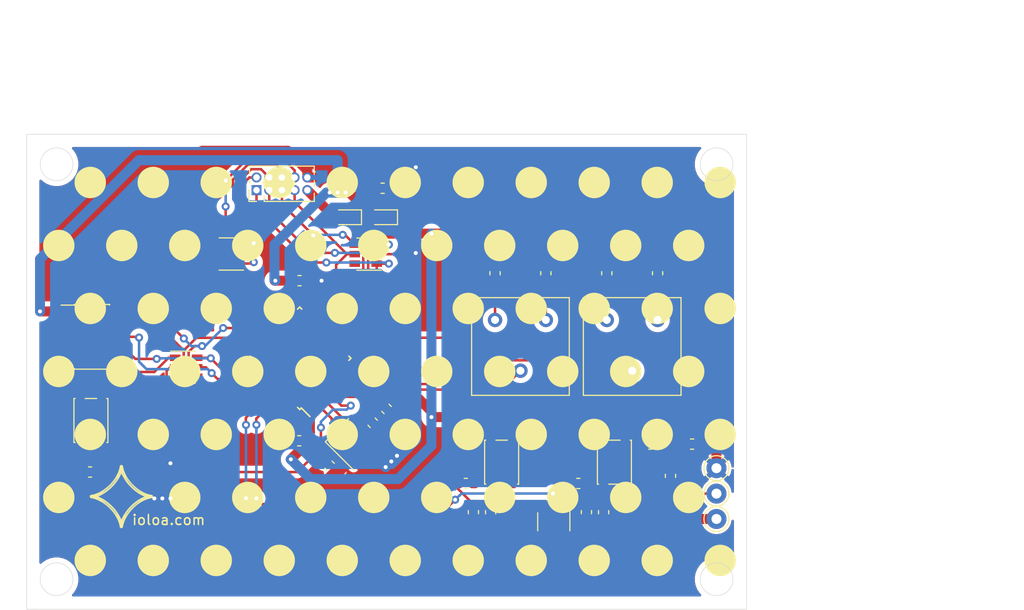
<source format=kicad_pcb>
(kicad_pcb (version 20171130) (host pcbnew "(5.1.4)-1")
  (layers (0 F.Cu signal) (31 B.Cu signal) (34 B.Paste user) (35 F.Paste user) (36 B.SilkS user) (37 F.SilkS user) (38 B.Mask user) (39 F.Mask user) (44 Edge.Cuts user))
  (net 0 "")
  (net 1 /VDD_MCU)
  (net 2 GND)
  (net 3 /NJTRST)
  (net 4 "Net-(C5-Pad1)")
  (net 5 "Net-(C6-Pad1)")
  (net 6 /USER_SW1)
  (net 7 /USER_SW2)
  (net 8 /ADC1_IN4)
  (net 9 "Net-(D1-Pad5)")
  (net 10 "Net-(D1-Pad6)")
  (net 11 "Net-(D1-Pad4)")
  (net 12 /USER_SW2_ESD)
  (net 13 /USER_SW1_ESD)
  (net 14 /SWDCLK_TCK)
  (net 15 /SWDIO_TMS)
  (net 16 /TDI)
  (net 17 /SWO_TDO)
  (net 18 /SPI1_MOSI)
  (net 19 "Net-(D3-Pad6)")
  (net 20 /SPI1_MISO)
  (net 21 /SPI1_SCK)
  (net 22 /SPI1_NSS)
  (net 23 /UART1_TX)
  (net 24 /UART1_RX)
  (net 25 "Net-(D4-Pad4)")
  (net 26 /CAN_RX)
  (net 27 /CAN_TX)
  (net 28 "Net-(D5-Pad1)")
  (net 29 "Net-(D6-Pad2)")
  (net 30 "Net-(J1-Pad7)")
  (net 31 "Net-(R1-Pad1)")
  (net 32 "Net-(R6-Pad1)")
  (net 33 "Net-(R7-Pad2)")
  (net 34 "Net-(R8-Pad1)")
  (net 35 "Net-(R9-Pad2)")
  (net 36 /ADC1_IN1)
  (net 37 /ADC1_IN2)
  (net 38 "Net-(U1-Pad8)")
  (net 39 "Net-(U1-Pad14)")
  (net 40 "Net-(U1-Pad15)")
  (net 41 "Net-(U1-Pad18)")
  (net 42 "Net-(U1-Pad27)")
  (net 43 "Net-(U1-Pad28)")
  (net 44 "Net-(C9-Pad1)")
  (module Logos:mizutama (layer F.Cu) (at 63.3397 144.353)
    (fp_text reference G*** hide)
    (fp_text value LOGO hide)
  )
  (module Logos:mizutama (layer F.Cu) (at 82.2397 131.753)
    (fp_text reference G*** hide)
    (fp_text value LOGO hide)
  )
  (module Logos:mizutama (layer F.Cu) (at 38.1397 144.353)
    (fp_text reference G*** hide)
    (fp_text value LOGO hide)
  )
  (module Logos:mizutama (layer F.Cu) (at 53.8897 138.053)
    (fp_text reference G*** hide)
    (fp_text value LOGO hide)
  )
  (module Logos:mizutama (layer F.Cu) (at 88.5397 131.753)
    (fp_text reference G*** hide)
    (fp_text value LOGO hide)
  )
  (module Logos:mizutama (layer F.Cu) (at 94.8397 144.353)
    (fp_text reference G*** hide)
    (fp_text value LOGO hide)
  )
  (module Logos:mizutama (layer F.Cu) (at 57.0397 131.753)
    (fp_text reference G*** hide)
    (fp_text value LOGO hide)
  )
  (module Logos:mizutama (layer F.Cu) (at 75.9397 131.753)
    (fp_text reference G*** hide)
    (fp_text value LOGO hide)
  )
  (module Logos:mizutama (layer F.Cu) (at 60.1897 138.053)
    (fp_text reference G*** hide)
    (fp_text value LOGO hide)
  )
  (module Logos:mizutama (layer F.Cu) (at 91.6897 138.053)
    (fp_text reference G*** hide)
    (fp_text value LOGO hide)
  )
  (module Logos:mizutama (layer F.Cu) (at 41.2897 138.053)
    (fp_text reference G*** hide)
    (fp_text value LOGO hide)
  )
  (module Logos:mizutama (layer F.Cu) (at 72.7897 138.053)
    (fp_text reference G*** hide)
    (fp_text value LOGO hide)
  )
  (module Logos:mizutama (layer F.Cu) (at 63.3397 131.753)
    (fp_text reference G*** hide)
    (fp_text value LOGO hide)
  )
  (module Logos:mizutama (layer F.Cu) (at 28.6897 138.053)
    (fp_text reference G*** hide)
    (fp_text value LOGO hide)
  )
  (module Logos:mizutama (layer F.Cu) (at 31.8397 144.353)
    (fp_text reference G*** hide)
    (fp_text value LOGO hide)
  )
  (module Logos:mizutama (layer F.Cu) (at 69.6397 144.353)
    (fp_text reference G*** hide)
    (fp_text value LOGO hide)
  )
  (module Logos:mizutama (layer F.Cu) (at 85.3897 138.053)
    (fp_text reference G*** hide)
    (fp_text value LOGO hide)
  )
  (module Logos:mizutama (layer F.Cu) (at 57.0397 144.353)
    (fp_text reference G*** hide)
    (fp_text value LOGO hide)
  )
  (module Logos:mizutama (layer F.Cu) (at 75.9397 144.353)
    (fp_text reference G*** hide)
    (fp_text value LOGO hide)
  )
  (module Logos:mizutama (layer F.Cu) (at 79.0897 138.053)
    (fp_text reference G*** hide)
    (fp_text value LOGO hide)
  )
  (module Logos:mizutama (layer F.Cu) (at 88.5397 144.353)
    (fp_text reference G*** hide)
    (fp_text value LOGO hide)
  )
  (module Logos:mizutama (layer F.Cu) (at 82.2397 144.353)
    (fp_text reference G*** hide)
    (fp_text value LOGO hide)
  )
  (module Logos:mizutama (layer F.Cu) (at 50.7397 144.353)
    (fp_text reference G*** hide)
    (fp_text value LOGO hide)
  )
  (module Logos:mizutama (layer F.Cu) (at 44.4397 144.353)
    (fp_text reference G*** hide)
    (fp_text value LOGO hide)
  )
  (module Logos:mizutama (layer F.Cu) (at 47.5897 138.053)
    (fp_text reference G*** hide)
    (fp_text value LOGO hide)
  )
  (module Logos:mizutama (layer F.Cu) (at 94.8397 131.753)
    (fp_text reference G*** hide)
    (fp_text value LOGO hide)
  )
  (module Logos:mizutama (layer F.Cu) (at 44.4397 131.753)
    (fp_text reference G*** hide)
    (fp_text value LOGO hide)
  )
  (module Logos:mizutama (layer F.Cu) (at 66.4897 138.053)
    (fp_text reference G*** hide)
    (fp_text value LOGO hide)
  )
  (module Logos:mizutama (layer F.Cu) (at 50.7397 131.753)
    (fp_text reference G*** hide)
    (fp_text value LOGO hide)
  )
  (module Logos:mizutama (layer F.Cu) (at 69.6397 131.753)
    (fp_text reference G*** hide)
    (fp_text value LOGO hide)
  )
  (module Logos:mizutama (layer F.Cu) (at 79.0897 125.453)
    (fp_text reference G*** hide)
    (fp_text value LOGO hide)
  )
  (module Logos:mizutama (layer F.Cu) (at 72.7897 125.453)
    (fp_text reference G*** hide)
    (fp_text value LOGO hide)
  )
  (module Logos:mizutama (layer F.Cu) (at 28.6897 125.453)
    (fp_text reference G*** hide)
    (fp_text value LOGO hide)
  )
  (module Logos:mizutama (layer F.Cu) (at 31.8397 131.753)
    (fp_text reference G*** hide)
    (fp_text value LOGO hide)
  )
  (module Logos:mizutama (layer F.Cu) (at 41.2897 125.453)
    (fp_text reference G*** hide)
    (fp_text value LOGO hide)
  )
  (module Logos:design_ssb (layer F.Cu) (at 34.8615 137.8204)
    (fp_text reference G*** hide)
    (fp_text value LOGO hide)
  )
  (module Logos:mizutama (layer F.Cu) (at 60.1897 125.453)
    (fp_text reference G*** hide)
    (fp_text value LOGO hide)
  )
  (module Logos:mizutama (layer F.Cu) (at 88.5397 119.153)
    (fp_text reference G*** hide)
    (fp_text value LOGO hide)
  )
  (module Logos:mizutama (layer F.Cu) (at 53.8897 125.453)
    (fp_text reference G*** hide)
    (fp_text value LOGO hide)
  )
  (module Logos:mizutama (layer F.Cu) (at 47.5897 125.453)
    (fp_text reference G*** hide)
    (fp_text value LOGO hide)
  )
  (module Logos:mizutama (layer F.Cu) (at 34.9897 125.453)
    (fp_text reference G*** hide)
    (fp_text value LOGO hide)
  )
  (module Logos:mizutama (layer F.Cu) (at 38.1397 131.753)
    (fp_text reference G*** hide)
    (fp_text value LOGO hide)
  )
  (module Logos:mizutama (layer F.Cu) (at 91.6897 125.453)
    (fp_text reference G*** hide)
    (fp_text value LOGO hide)
  )
  (module Logos:mizutama (layer F.Cu) (at 66.4897 125.453)
    (fp_text reference G*** hide)
    (fp_text value LOGO hide)
  )
  (module Logos:mizutama (layer F.Cu) (at 85.3897 125.453)
    (fp_text reference G*** hide)
    (fp_text value LOGO hide)
  )
  (module Logos:mizutama (layer F.Cu) (at 94.8397 119.153)
    (fp_text reference G*** hide)
    (fp_text value LOGO hide)
  )
  (module Logos:mizutama (layer F.Cu) (at 31.8397 106.553)
    (fp_text reference G*** hide)
    (fp_text value LOGO hide)
  )
  (module Logos:mizutama (layer F.Cu) (at 94.8397 106.553)
    (fp_text reference G*** hide)
    (fp_text value LOGO hide)
  )
  (module Logos:mizutama (layer F.Cu) (at 41.2897 112.853)
    (fp_text reference G*** hide)
    (fp_text value LOGO hide)
  )
  (module Logos:mizutama (layer F.Cu) (at 28.6897 112.853)
    (fp_text reference G*** hide)
    (fp_text value LOGO hide)
  )
  (module Logos:mizutama (layer F.Cu) (at 57.0397 106.553)
    (fp_text reference G*** hide)
    (fp_text value LOGO hide)
  )
  (module Logos:mizutama (layer F.Cu) (at 75.9397 106.553)
    (fp_text reference G*** hide)
    (fp_text value LOGO hide)
  )
  (module Logos:mizutama (layer F.Cu) (at 50.7397 106.553)
    (fp_text reference G*** hide)
    (fp_text value LOGO hide)
  )
  (module Logos:mizutama (layer F.Cu) (at 88.5397 106.553)
    (fp_text reference G*** hide)
    (fp_text value LOGO hide)
  )
  (module Logos:mizutama (layer F.Cu) (at 47.5897 112.853)
    (fp_text reference G*** hide)
    (fp_text value LOGO hide)
  )
  (module Logos:mizutama (layer F.Cu) (at 69.6397 106.553)
    (fp_text reference G*** hide)
    (fp_text value LOGO hide)
  )
  (module Logos:mizutama (layer F.Cu) (at 82.2397 106.553)
    (fp_text reference G*** hide)
    (fp_text value LOGO hide)
  )
  (module Logos:mizutama (layer F.Cu) (at 34.9897 112.853)
    (fp_text reference G*** hide)
    (fp_text value LOGO hide)
  )
  (module Logos:mizutama (layer F.Cu) (at 63.3397 106.553)
    (fp_text reference G*** hide)
    (fp_text value LOGO hide)
  )
  (module Logos:mizutama (layer F.Cu) (at 38.1397 106.553)
    (fp_text reference G*** hide)
    (fp_text value LOGO hide)
  )
  (module Logos:mizutama (layer F.Cu) (at 44.4397 106.553)
    (fp_text reference G*** hide)
    (fp_text value LOGO hide)
  )
  (module Logos:mizutama (layer F.Cu) (at 53.8897 112.853)
    (fp_text reference G*** hide)
    (fp_text value LOGO hide)
  )
  (module Logos:mizutama (layer F.Cu) (at 75.9397 119.153)
    (fp_text reference G*** hide)
    (fp_text value LOGO hide)
  )
  (module Logos:mizutama (layer F.Cu) (at 79.0897 112.853)
    (fp_text reference G*** hide)
    (fp_text value LOGO hide)
  )
  (module Logos:mizutama (layer F.Cu) (at 69.6397 119.153)
    (fp_text reference G*** hide)
    (fp_text value LOGO hide)
  )
  (module Logos:mizutama (layer F.Cu) (at 38.1397 119.153)
    (fp_text reference G*** hide)
    (fp_text value LOGO hide)
  )
  (module Logos:mizutama (layer F.Cu) (at 44.4397 119.153)
    (fp_text reference G*** hide)
    (fp_text value LOGO hide)
  )
  (module Logos:mizutama (layer F.Cu) (at 57.0397 119.153)
    (fp_text reference G*** hide)
    (fp_text value LOGO hide)
  )
  (module Logos:mizutama (layer F.Cu) (at 66.4897 112.853)
    (fp_text reference G*** hide)
    (fp_text value LOGO hide)
  )
  (module Logos:mizutama (layer F.Cu) (at 91.6897 112.853)
    (fp_text reference G*** hide)
    (fp_text value LOGO hide)
  )
  (module Logos:mizutama (layer F.Cu) (at 50.7397 119.153)
    (fp_text reference G*** hide)
    (fp_text value LOGO hide)
  )
  (module Logos:mizutama (layer F.Cu) (at 63.3397 119.153)
    (fp_text reference G*** hide)
    (fp_text value LOGO hide)
  )
  (module Logos:mizutama (layer F.Cu) (at 85.3897 112.853)
    (fp_text reference G*** hide)
    (fp_text value LOGO hide)
  )
  (module Logos:mizutama (layer F.Cu) (at 60.1897 112.853)
    (fp_text reference G*** hide)
    (fp_text value LOGO hide)
  )
  (module Logos:mizutama (layer F.Cu) (at 31.8397 119.153)
    (fp_text reference G*** hide)
    (fp_text value LOGO hide)
  )
  (module Logos:mizutama (layer F.Cu) (at 82.2397 119.153)
    (fp_text reference G*** hide)
    (fp_text value LOGO hide)
  )
  (module Logos:mizutama (layer F.Cu) (at 72.7897 112.853)
    (fp_text reference G*** hide)
    (fp_text value LOGO hide)
  )
  (module Package_QFP:LQFP-32_7x7mm_P0.8mm (layer F.Cu) (at 52.705 124.0028 135)
    (fp_text reference U1 hide)
    (fp_text value STM32F303K8Tx)
    (pad 1 smd rect (at -4.25 -2.8 135) (size 1.2 0.6) (layers F.Cu F.Paste F.Mask) (net 1 /VDD_MCU))
    (pad 2 smd rect (at -4.25 -2 135) (size 1.2 0.6) (layers F.Cu F.Paste F.Mask) (net 4 "Net-(C5-Pad1)"))
    (pad 3 smd rect (at -4.25 -1.2 135) (size 1.2 0.6) (layers F.Cu F.Paste F.Mask) (net 5 "Net-(C6-Pad1)"))
    (pad 4 smd rect (at -4.25 -0.4 135) (size 1.2 0.6) (layers F.Cu F.Paste F.Mask) (net 3 /NJTRST))
    (pad 5 smd rect (at -4.25 0.4 135) (size 1.2 0.6) (layers F.Cu F.Paste F.Mask) (net 1 /VDD_MCU))
    (pad 6 smd rect (at -4.25 1.2 135) (size 1.2 0.6) (layers F.Cu F.Paste F.Mask) (net 36 /ADC1_IN1))
    (pad 7 smd rect (at -4.25 2 135) (size 1.2 0.6) (layers F.Cu F.Paste F.Mask) (net 37 /ADC1_IN2))
    (pad 8 smd rect (at -4.25 2.8 135) (size 1.2 0.6) (layers F.Cu F.Paste F.Mask) (net 38 "Net-(U1-Pad8)"))
    (pad 9 smd rect (at -2.8 4.25 225) (size 1.2 0.6) (layers F.Cu F.Paste F.Mask) (net 8 /ADC1_IN4))
    (pad 10 smd rect (at -2 4.25 225) (size 1.2 0.6) (layers F.Cu F.Paste F.Mask) (net 22 /SPI1_NSS))
    (pad 11 smd rect (at -1.2 4.25 225) (size 1.2 0.6) (layers F.Cu F.Paste F.Mask) (net 21 /SPI1_SCK))
    (pad 12 smd rect (at -0.4 4.25 225) (size 1.2 0.6) (layers F.Cu F.Paste F.Mask) (net 20 /SPI1_MISO))
    (pad 13 smd rect (at 0.4 4.25 225) (size 1.2 0.6) (layers F.Cu F.Paste F.Mask) (net 18 /SPI1_MOSI))
    (pad 14 smd rect (at 1.2 4.25 225) (size 1.2 0.6) (layers F.Cu F.Paste F.Mask) (net 39 "Net-(U1-Pad14)"))
    (pad 15 smd rect (at 2 4.25 225) (size 1.2 0.6) (layers F.Cu F.Paste F.Mask) (net 40 "Net-(U1-Pad15)"))
    (pad 16 smd rect (at 2.8 4.25 225) (size 1.2 0.6) (layers F.Cu F.Paste F.Mask) (net 2 GND))
    (pad 17 smd rect (at 4.25 2.8 135) (size 1.2 0.6) (layers F.Cu F.Paste F.Mask) (net 1 /VDD_MCU))
    (pad 18 smd rect (at 4.25 2 135) (size 1.2 0.6) (layers F.Cu F.Paste F.Mask) (net 41 "Net-(U1-Pad18)"))
    (pad 19 smd rect (at 4.25 1.2 135) (size 1.2 0.6) (layers F.Cu F.Paste F.Mask) (net 23 /UART1_TX))
    (pad 20 smd rect (at 4.25 0.4 135) (size 1.2 0.6) (layers F.Cu F.Paste F.Mask) (net 24 /UART1_RX))
    (pad 21 smd rect (at 4.25 -0.4 135) (size 1.2 0.6) (layers F.Cu F.Paste F.Mask) (net 26 /CAN_RX))
    (pad 22 smd rect (at 4.25 -1.2 135) (size 1.2 0.6) (layers F.Cu F.Paste F.Mask) (net 27 /CAN_TX))
    (pad 23 smd rect (at 4.25 -2 135) (size 1.2 0.6) (layers F.Cu F.Paste F.Mask) (net 15 /SWDIO_TMS))
    (pad 24 smd rect (at 4.25 -2.8 135) (size 1.2 0.6) (layers F.Cu F.Paste F.Mask) (net 14 /SWDCLK_TCK))
    (pad 25 smd rect (at 2.8 -4.25 225) (size 1.2 0.6) (layers F.Cu F.Paste F.Mask) (net 16 /TDI))
    (pad 26 smd rect (at 2 -4.25 225) (size 1.2 0.6) (layers F.Cu F.Paste F.Mask) (net 17 /SWO_TDO))
    (pad 27 smd rect (at 1.2 -4.25 225) (size 1.2 0.6) (layers F.Cu F.Paste F.Mask) (net 42 "Net-(U1-Pad27)"))
    (pad 28 smd rect (at 0.4 -4.25 225) (size 1.2 0.6) (layers F.Cu F.Paste F.Mask) (net 43 "Net-(U1-Pad28)"))
    (pad 29 smd rect (at -0.4 -4.25 225) (size 1.2 0.6) (layers F.Cu F.Paste F.Mask) (net 6 /USER_SW1))
    (pad 30 smd rect (at -1.2 -4.25 225) (size 1.2 0.6) (layers F.Cu F.Paste F.Mask) (net 7 /USER_SW2))
    (pad 31 smd rect (at -2 -4.25 225) (size 1.2 0.6) (layers F.Cu F.Paste F.Mask) (net 31 "Net-(R1-Pad1)"))
    (pad 32 smd rect (at -2.8 -4.25 225) (size 1.2 0.6) (layers F.Cu F.Paste F.Mask) (net 2 GND))
  )
  (module Capacitor_SMD:C_0603_1608Metric (layer F.Cu) (at 61.389847 129.068147 135)
    (fp_text reference C1 hide)
    (fp_text value 0.1u)
    (pad 2 smd roundrect (at 0.7875 0 135) (size 0.875 0.95) (layers F.Cu F.Paste F.Mask) (net 1 /VDD_MCU))
    (pad 1 smd roundrect (at -0.7875 0 135) (size 0.875 0.95) (layers F.Cu F.Paste F.Mask) (net 2 GND))
  )
  (module Capacitor_SMD:C_0603_1608Metric (layer F.Cu) (at 52.6542 132.2578)
    (fp_text reference C2 hide)
    (fp_text value 0.1u)
    (pad 1 smd roundrect (at -0.7875 0) (size 0.875 0.95) (layers F.Cu F.Paste F.Mask) (net 2 GND))
    (pad 2 smd roundrect (at 0.7875 0) (size 0.875 0.95) (layers F.Cu F.Paste F.Mask) (net 1 /VDD_MCU))
  )
  (module Capacitor_SMD:C_0603_1608Metric (layer F.Cu) (at 52.6923 116.2431 180)
    (fp_text reference C3 hide)
    (fp_text value 0.1u)
    (pad 2 smd roundrect (at 0.7875 0 180) (size 0.875 0.95) (layers F.Cu F.Paste F.Mask) (net 1 /VDD_MCU))
    (pad 1 smd roundrect (at -0.7875 0 180) (size 0.875 0.95) (layers F.Cu F.Paste F.Mask) (net 2 GND))
  )
  (module Capacitor_SMD:C_0603_1608Metric (layer F.Cu) (at 31.7373 135.382)
    (fp_text reference C4 hide)
    (fp_text value 0.1u)
    (pad 2 smd roundrect (at 0.7875 0) (size 0.875 0.95) (layers F.Cu F.Paste F.Mask) (net 3 /NJTRST))
    (pad 1 smd roundrect (at -0.7875 0) (size 0.875 0.95) (layers F.Cu F.Paste F.Mask) (net 2 GND))
  )
  (module Capacitor_SMD:C_0603_1608Metric (layer F.Cu) (at 55.69591 134.762991 315)
    (fp_text reference C5 hide)
    (fp_text value 18p)
    (pad 2 smd roundrect (at 0.7875 0 315) (size 0.875 0.95) (layers F.Cu F.Paste F.Mask) (net 2 GND))
    (pad 1 smd roundrect (at -0.7875 0 315) (size 0.875 0.95) (layers F.Cu F.Paste F.Mask) (net 4 "Net-(C5-Pad1)"))
  )
  (module Capacitor_SMD:C_0603_1608Metric (layer F.Cu) (at 60.006432 130.452468 135)
    (fp_text reference C6 hide)
    (fp_text value 18p)
    (pad 1 smd roundrect (at -0.7875 0 135) (size 0.875 0.95) (layers F.Cu F.Paste F.Mask) (net 5 "Net-(C6-Pad1)"))
    (pad 2 smd roundrect (at 0.7875 0 135) (size 0.875 0.95) (layers F.Cu F.Paste F.Mask) (net 2 GND))
  )
  (module Capacitor_SMD:C_0603_1608Metric (layer F.Cu) (at 81.3816 139.3952 90)
    (fp_text reference C7 hide)
    (fp_text value 0.1u)
    (pad 1 smd roundrect (at -0.7875 0 90) (size 0.875 0.95) (layers F.Cu F.Paste F.Mask) (net 2 GND))
    (pad 2 smd roundrect (at 0.7875 0 90) (size 0.875 0.95) (layers F.Cu F.Paste F.Mask) (net 6 /USER_SW1))
  )
  (module Capacitor_SMD:C_0603_1608Metric (layer F.Cu) (at 70.0786 139.3952 90)
    (fp_text reference C8 hide)
    (fp_text value 0.1u)
    (pad 1 smd roundrect (at -0.7875 0 90) (size 0.875 0.95) (layers F.Cu F.Paste F.Mask) (net 2 GND))
    (pad 2 smd roundrect (at 0.7875 0 90) (size 0.875 0.95) (layers F.Cu F.Paste F.Mask) (net 7 /USER_SW2))
  )
  (module Capacitor_SMD:C_0603_1608Metric (layer F.Cu) (at 89.789 135.763 90)
    (fp_text reference C9 hide)
    (fp_text value 0.1u)
    (pad 1 smd roundrect (at -0.7875 0 90) (size 0.875 0.95) (layers F.Cu F.Paste F.Mask) (net 44 "Net-(C9-Pad1)"))
    (pad 2 smd roundrect (at 0.7875 0 90) (size 0.875 0.95) (layers F.Cu F.Paste F.Mask) (net 8 /ADC1_IN4))
  )
  (module Package_TO_SOT_SMD:SOT-23-6 (layer F.Cu) (at 78.1177 140.3604 270)
    (fp_text reference D1 hide)
    (fp_text value ESDA6V1-5SC6)
    (pad 5 smd rect (at 1.1 0 270) (size 1.06 0.65) (layers F.Cu F.Paste F.Mask) (net 9 "Net-(D1-Pad5)"))
    (pad 6 smd rect (at 1.1 -0.95 270) (size 1.06 0.65) (layers F.Cu F.Paste F.Mask) (net 10 "Net-(D1-Pad6)"))
    (pad 4 smd rect (at 1.1 0.95 270) (size 1.06 0.65) (layers F.Cu F.Paste F.Mask) (net 11 "Net-(D1-Pad4)"))
    (pad 3 smd rect (at -1.1 0.95 270) (size 1.06 0.65) (layers F.Cu F.Paste F.Mask) (net 12 /USER_SW2_ESD))
    (pad 2 smd rect (at -1.1 0 270) (size 1.06 0.65) (layers F.Cu F.Paste F.Mask) (net 2 GND))
    (pad 1 smd rect (at -1.1 -0.95 270) (size 1.06 0.65) (layers F.Cu F.Paste F.Mask) (net 13 /USER_SW1_ESD))
  )
  (module Package_TO_SOT_SMD:SOT-23-6 (layer F.Cu) (at 41.3512 124.9045)
    (fp_text reference D2 hide)
    (fp_text value ESDA6V1-5SC6)
    (pad 1 smd rect (at -1.1 -0.95) (size 1.06 0.65) (layers F.Cu F.Paste F.Mask) (net 3 /NJTRST))
    (pad 2 smd rect (at -1.1 0) (size 1.06 0.65) (layers F.Cu F.Paste F.Mask) (net 2 GND))
    (pad 3 smd rect (at -1.1 0.95) (size 1.06 0.65) (layers F.Cu F.Paste F.Mask) (net 14 /SWDCLK_TCK))
    (pad 4 smd rect (at 1.1 0.95) (size 1.06 0.65) (layers F.Cu F.Paste F.Mask) (net 15 /SWDIO_TMS))
    (pad 6 smd rect (at 1.1 -0.95) (size 1.06 0.65) (layers F.Cu F.Paste F.Mask) (net 16 /TDI))
    (pad 5 smd rect (at 1.1 0) (size 1.06 0.65) (layers F.Cu F.Paste F.Mask) (net 17 /SWO_TDO))
  )
  (module Package_TO_SOT_SMD:SOT-23-6 (layer F.Cu) (at 59.309 113.5888 180)
    (fp_text reference D3 hide)
    (fp_text value ESDA6V1-5SC6)
    (pad 5 smd rect (at 1.1 0 180) (size 1.06 0.65) (layers F.Cu F.Paste F.Mask) (net 18 /SPI1_MOSI))
    (pad 6 smd rect (at 1.1 -0.95 180) (size 1.06 0.65) (layers F.Cu F.Paste F.Mask) (net 19 "Net-(D3-Pad6)"))
    (pad 4 smd rect (at 1.1 0.95 180) (size 1.06 0.65) (layers F.Cu F.Paste F.Mask) (net 20 /SPI1_MISO))
    (pad 3 smd rect (at -1.1 0.95 180) (size 1.06 0.65) (layers F.Cu F.Paste F.Mask) (net 21 /SPI1_SCK))
    (pad 2 smd rect (at -1.1 0 180) (size 1.06 0.65) (layers F.Cu F.Paste F.Mask) (net 2 GND))
    (pad 1 smd rect (at -1.1 -0.95 180) (size 1.06 0.65) (layers F.Cu F.Paste F.Mask) (net 22 /SPI1_NSS))
  )
  (module Package_TO_SOT_SMD:SOT-23-6 (layer F.Cu) (at 45.5422 113.5761 180)
    (fp_text reference D4 hide)
    (fp_text value ESDA6V1-5SC6)
    (pad 1 smd rect (at -1.1 -0.95 180) (size 1.06 0.65) (layers F.Cu F.Paste F.Mask) (net 23 /UART1_TX))
    (pad 2 smd rect (at -1.1 0 180) (size 1.06 0.65) (layers F.Cu F.Paste F.Mask) (net 2 GND))
    (pad 3 smd rect (at -1.1 0.95 180) (size 1.06 0.65) (layers F.Cu F.Paste F.Mask) (net 24 /UART1_RX))
    (pad 4 smd rect (at 1.1 0.95 180) (size 1.06 0.65) (layers F.Cu F.Paste F.Mask) (net 25 "Net-(D4-Pad4)"))
    (pad 6 smd rect (at 1.1 -0.95 180) (size 1.06 0.65) (layers F.Cu F.Paste F.Mask) (net 26 /CAN_RX))
    (pad 5 smd rect (at 1.1 0 180) (size 1.06 0.65) (layers F.Cu F.Paste F.Mask) (net 27 /CAN_TX))
  )
  (module LED_SMD:LED_0603_1608Metric (layer F.Cu) (at 61 109.9 180)
    (fp_text reference D5 hide)
    (fp_text value LED)
    (pad 1 smd roundrect (at -0.7875 0 180) (size 0.875 0.95) (layers F.Cu F.Paste F.Mask) (net 28 "Net-(D5-Pad1)"))
    (pad 2 smd roundrect (at 0.7875 0 180) (size 0.875 0.95) (layers F.Cu F.Paste F.Mask) (net 1 /VDD_MCU))
  )
  (module Diode_SMD:D_0603_1608Metric (layer F.Cu) (at 57.4 109.9 180)
    (fp_text reference D6 hide)
    (fp_text value "SBD RB520S")
    (pad 1 smd roundrect (at -0.7875 0 180) (size 0.875 0.95) (layers F.Cu F.Paste F.Mask) (net 1 /VDD_MCU))
    (pad 2 smd roundrect (at 0.7875 0 180) (size 0.875 0.95) (layers F.Cu F.Paste F.Mask) (net 29 "Net-(D6-Pad2)"))
  )
  (module Connector_PinHeader_1.27mm:PinHeader_2x05_P1.27mm_Vertical_SMD (layer F.Cu) (at 31.9278 121.8565)
    (fp_text reference J1 hide)
    (fp_text value Conn_ARM_JTAG_SWD_10)
    (pad 1 smd rect (at -1.95 -2.54) (size 2.4 0.74) (layers F.Cu F.Paste F.Mask) (net 1 /VDD_MCU))
    (pad 2 smd rect (at 1.95 -2.54) (size 2.4 0.74) (layers F.Cu F.Paste F.Mask) (net 15 /SWDIO_TMS))
    (pad 3 smd rect (at -1.95 -1.27) (size 2.4 0.74) (layers F.Cu F.Paste F.Mask) (net 2 GND))
    (pad 4 smd rect (at 1.95 -1.27) (size 2.4 0.74) (layers F.Cu F.Paste F.Mask) (net 14 /SWDCLK_TCK))
    (pad 5 smd rect (at -1.95 0) (size 2.4 0.74) (layers F.Cu F.Paste F.Mask) (net 2 GND))
    (pad 6 smd rect (at 1.95 0) (size 2.4 0.74) (layers F.Cu F.Paste F.Mask) (net 17 /SWO_TDO))
    (pad 7 smd rect (at -1.95 1.27) (size 2.4 0.74) (layers F.Cu F.Paste F.Mask) (net 30 "Net-(J1-Pad7)"))
    (pad 8 smd rect (at 1.95 1.27) (size 2.4 0.74) (layers F.Cu F.Paste F.Mask) (net 16 /TDI))
    (pad 9 smd rect (at -1.95 2.54) (size 2.4 0.74) (layers F.Cu F.Paste F.Mask) (net 2 GND))
    (pad 10 smd rect (at 1.95 2.54) (size 2.4 0.74) (layers F.Cu F.Paste F.Mask) (net 3 /NJTRST))
  )
  (module Resistor_SMD:R_0603_1608Metric (layer F.Cu) (at 50.3174 131.4958 270)
    (fp_text reference R1 hide)
    (fp_text value 10k)
    (pad 2 smd roundrect (at 0.7875 0 270) (size 0.875 0.95) (layers F.Cu F.Paste F.Mask) (net 2 GND))
    (pad 1 smd roundrect (at -0.7875 0 270) (size 0.875 0.95) (layers F.Cu F.Paste F.Mask) (net 31 "Net-(R1-Pad1)"))
  )
  (module Resistor_SMD:R_0603_1608Metric (layer F.Cu) (at 80.5688 136.525 180)
    (fp_text reference R2 hide)
    (fp_text value 330)
    (pad 2 smd roundrect (at 0.7875 0 180) (size 0.875 0.95) (layers F.Cu F.Paste F.Mask) (net 6 /USER_SW1))
    (pad 1 smd roundrect (at -0.7875 0 180) (size 0.875 0.95) (layers F.Cu F.Paste F.Mask) (net 13 /USER_SW1_ESD))
  )
  (module Resistor_SMD:R_0603_1608Metric (layer F.Cu) (at 83.1 139.4 90)
    (fp_text reference R3 hide)
    (fp_text value 10k)
    (pad 1 smd roundrect (at -0.7875 0 90) (size 0.875 0.95) (layers F.Cu F.Paste F.Mask) (net 2 GND))
    (pad 2 smd roundrect (at 0.7875 0 90) (size 0.875 0.95) (layers F.Cu F.Paste F.Mask) (net 13 /USER_SW1_ESD))
  )
  (module Resistor_SMD:R_0603_1608Metric (layer F.Cu) (at 69.3166 136.525 180)
    (fp_text reference R4 hide)
    (fp_text value 330)
    (pad 2 smd roundrect (at 0.7875 0 180) (size 0.875 0.95) (layers F.Cu F.Paste F.Mask) (net 7 /USER_SW2))
    (pad 1 smd roundrect (at -0.7875 0 180) (size 0.875 0.95) (layers F.Cu F.Paste F.Mask) (net 12 /USER_SW2_ESD))
  )
  (module Resistor_SMD:R_0603_1608Metric (layer F.Cu) (at 71.8 139.4 90)
    (fp_text reference R5 hide)
    (fp_text value 10k)
    (pad 1 smd roundrect (at -0.7875 0 90) (size 0.875 0.95) (layers F.Cu F.Paste F.Mask) (net 2 GND))
    (pad 2 smd roundrect (at 0.7875 0 90) (size 0.875 0.95) (layers F.Cu F.Paste F.Mask) (net 12 /USER_SW2_ESD))
  )
  (module Resistor_SMD:R_0603_1608Metric (layer F.Cu) (at 72.242 115.5 90)
    (fp_text reference R6 hide)
    (fp_text value 0)
    (pad 1 smd roundrect (at -0.7875 0 90) (size 0.875 0.95) (layers F.Cu F.Paste F.Mask) (net 32 "Net-(R6-Pad1)"))
    (pad 2 smd roundrect (at 0.7875 0 90) (size 0.875 0.95) (layers F.Cu F.Paste F.Mask) (net 1 /VDD_MCU))
  )
  (module Resistor_SMD:R_0603_1608Metric (layer F.Cu) (at 77.322 115.5 270)
    (fp_text reference R7 hide)
    (fp_text value 0)
    (pad 2 smd roundrect (at 0.7875 0 270) (size 0.875 0.95) (layers F.Cu F.Paste F.Mask) (net 33 "Net-(R7-Pad2)"))
    (pad 1 smd roundrect (at -0.7875 0 270) (size 0.875 0.95) (layers F.Cu F.Paste F.Mask) (net 2 GND))
  )
  (module Resistor_SMD:R_0603_1608Metric (layer F.Cu) (at 83.418 115.5 90)
    (fp_text reference R8 hide)
    (fp_text value 0)
    (pad 1 smd roundrect (at -0.7875 0 90) (size 0.875 0.95) (layers F.Cu F.Paste F.Mask) (net 34 "Net-(R8-Pad1)"))
    (pad 2 smd roundrect (at 0.7875 0 90) (size 0.875 0.95) (layers F.Cu F.Paste F.Mask) (net 1 /VDD_MCU))
  )
  (module Resistor_SMD:R_0603_1608Metric (layer F.Cu) (at 88.5 115.5 270)
    (fp_text reference R9 hide)
    (fp_text value 0)
    (pad 2 smd roundrect (at 0.7875 0 270) (size 0.875 0.95) (layers F.Cu F.Paste F.Mask) (net 35 "Net-(R9-Pad2)"))
    (pad 1 smd roundrect (at -0.7875 0 270) (size 0.875 0.95) (layers F.Cu F.Paste F.Mask) (net 2 GND))
  )
  (module Resistor_SMD:R_0603_1608Metric (layer F.Cu) (at 61 107)
    (fp_text reference R10 hide)
    (fp_text value 10k)
    (pad 1 smd roundrect (at -0.7875 0) (size 0.875 0.95) (layers F.Cu F.Paste F.Mask) (net 2 GND))
    (pad 2 smd roundrect (at 0.7875 0) (size 0.875 0.95) (layers F.Cu F.Paste F.Mask) (net 28 "Net-(D5-Pad1)"))
  )
  (module Potentiometer_THT:Potentiometer_Bourns_3386F_Vertical (layer F.Cu) (at 72.242 120.17 270)
    (fp_text reference RV1 hide)
    (fp_text value R_POT)
    (pad 1 thru_hole circle (at 0 0 270) (size 1.44 1.44) (drill 0.8) (layers *.Cu *.Mask) (net 32 "Net-(R6-Pad1)"))
    (pad 2 thru_hole circle (at 5.08 -2.54 270) (size 1.44 1.44) (drill 0.8) (layers *.Cu *.Mask) (net 36 /ADC1_IN1))
    (pad 3 thru_hole circle (at 0 -5.08 270) (size 1.44 1.44) (drill 0.8) (layers *.Cu *.Mask) (net 33 "Net-(R7-Pad2)"))
  )
  (module Potentiometer_THT:Potentiometer_Bourns_3386F_Vertical (layer F.Cu) (at 83.418 120.17 270)
    (fp_text reference RV2 hide)
    (fp_text value R_POT)
    (pad 3 thru_hole circle (at 0 -5.08 270) (size 1.44 1.44) (drill 0.8) (layers *.Cu *.Mask) (net 35 "Net-(R9-Pad2)"))
    (pad 2 thru_hole circle (at 5.08 -2.54 270) (size 1.44 1.44) (drill 0.8) (layers *.Cu *.Mask) (net 37 /ADC1_IN2))
    (pad 1 thru_hole circle (at 0 0 270) (size 1.44 1.44) (drill 0.8) (layers *.Cu *.Mask) (net 34 "Net-(R8-Pad1)"))
  )
  (module Button_Switch_SMD:SW_SPST_PTS810 (layer F.Cu) (at 31.8262 130.2258 90)
    (fp_text reference SW1 hide)
    (fp_text value SW_Push)
    (pad 1 smd rect (at -2.075 -1.075 90) (size 1.05 0.65) (layers F.Cu F.Paste F.Mask) (net 2 GND))
    (pad 1 smd rect (at 2.075 -1.075 90) (size 1.05 0.65) (layers F.Cu F.Paste F.Mask) (net 2 GND))
    (pad 2 smd rect (at -2.075 1.075 90) (size 1.05 0.65) (layers F.Cu F.Paste F.Mask) (net 3 /NJTRST))
    (pad 2 smd rect (at 2.075 1.075 90) (size 1.05 0.65) (layers F.Cu F.Paste F.Mask) (net 3 /NJTRST))
  )
  (module Button_Switch_SMD:SW_SPST_PTS810 (layer F.Cu) (at 84.18 134.394 90)
    (fp_text reference SW2 hide)
    (fp_text value SW_Push)
    (pad 1 smd rect (at -2.075 -1.075 90) (size 1.05 0.65) (layers F.Cu F.Paste F.Mask) (net 13 /USER_SW1_ESD))
    (pad 1 smd rect (at 2.075 -1.075 90) (size 1.05 0.65) (layers F.Cu F.Paste F.Mask) (net 13 /USER_SW1_ESD))
    (pad 2 smd rect (at -2.075 1.075 90) (size 1.05 0.65) (layers F.Cu F.Paste F.Mask) (net 1 /VDD_MCU))
    (pad 2 smd rect (at 2.075 1.075 90) (size 1.05 0.65) (layers F.Cu F.Paste F.Mask) (net 1 /VDD_MCU))
  )
  (module Button_Switch_SMD:SW_SPST_PTS810 (layer F.Cu) (at 72.9 134.394 90)
    (fp_text reference SW3 hide)
    (fp_text value SW_Push)
    (pad 2 smd rect (at 2.075 1.075 90) (size 1.05 0.65) (layers F.Cu F.Paste F.Mask) (net 1 /VDD_MCU))
    (pad 2 smd rect (at -2.075 1.075 90) (size 1.05 0.65) (layers F.Cu F.Paste F.Mask) (net 1 /VDD_MCU))
    (pad 1 smd rect (at 2.075 -1.075 90) (size 1.05 0.65) (layers F.Cu F.Paste F.Mask) (net 12 /USER_SW2_ESD))
    (pad 1 smd rect (at -2.075 -1.075 90) (size 1.05 0.65) (layers F.Cu F.Paste F.Mask) (net 12 /USER_SW2_ESD))
  )
  (module Connector_Pin:Pin_D1.0mm_L10.0mm (layer F.Cu) (at 94.3864 134.9954 90)
    (fp_text reference TP1 hide)
    (fp_text value TestPoint)
    (pad 1 thru_hole circle (at 0 0 90) (size 2 2) (drill 1) (layers *.Cu *.Mask) (net 2 GND))
  )
  (module Connector_Pin:Pin_D1.0mm_L10.0mm (layer F.Cu) (at 94.3864 140.0754 90)
    (fp_text reference TP2 hide)
    (fp_text value TestPoint)
    (pad 1 thru_hole circle (at 0 0 90) (size 2 2) (drill 1) (layers *.Cu *.Mask) (net 1 /VDD_MCU))
  )
  (module Connector_Pin:Pin_D1.0mm_L10.0mm (layer F.Cu) (at 94.3864 137.541 90)
    (fp_text reference TP3 hide)
    (fp_text value TestPoint)
    (pad 1 thru_hole circle (at 0 0 90) (size 2 2) (drill 1) (layers *.Cu *.Mask) (net 44 "Net-(C9-Pad1)"))
  )
  (module Crystal:Crystal_SMD_3225-4Pin_3.2x2.5mm (layer F.Cu) (at 57.851171 132.607729 315)
    (fp_text reference Y1 hide)
    (fp_text value "8M RH100-8.000-20-3050-EXT-TR")
    (pad 1 smd rect (at -1.1 0.85 315) (size 1.4 1.2) (layers F.Cu F.Paste F.Mask) (net 4 "Net-(C5-Pad1)"))
    (pad 2 smd rect (at 1.1 0.85 315) (size 1.4 1.2) (layers F.Cu F.Paste F.Mask) (net 2 GND))
    (pad 3 smd rect (at 1.1 -0.85 315) (size 1.4 1.2) (layers F.Cu F.Paste F.Mask) (net 5 "Net-(C6-Pad1)"))
    (pad 4 smd rect (at -1.1 -0.85 315) (size 1.4 1.2) (layers F.Cu F.Paste F.Mask) (net 2 GND))
  )
  (module Connector_PinHeader_1.27mm:PinHeader_2x05_P1.27mm_Vertical (layer F.Cu) (at 48.387 107.188 90)
    (fp_text reference J2 hide)
    (fp_text value Conn_02x05_Odd_Even)
    (pad 1 thru_hole rect (at 0 0 90) (size 1 1) (drill 0.65) (layers *.Cu *.Mask) (net 22 /SPI1_NSS))
    (pad 2 thru_hole oval (at 1.27 0 90) (size 1 1) (drill 0.65) (layers *.Cu *.Mask) (net 23 /UART1_TX))
    (pad 3 thru_hole oval (at 0 1.27 90) (size 1 1) (drill 0.65) (layers *.Cu *.Mask) (net 21 /SPI1_SCK))
    (pad 4 thru_hole oval (at 1.27 1.27 90) (size 1 1) (drill 0.65) (layers *.Cu *.Mask) (net 24 /UART1_RX))
    (pad 5 thru_hole oval (at 0 2.54 90) (size 1 1) (drill 0.65) (layers *.Cu *.Mask) (net 20 /SPI1_MISO))
    (pad 6 thru_hole oval (at 1.27 2.54 90) (size 1 1) (drill 0.65) (layers *.Cu *.Mask) (net 27 /CAN_TX))
    (pad 7 thru_hole oval (at 0 3.81 90) (size 1 1) (drill 0.65) (layers *.Cu *.Mask) (net 18 /SPI1_MOSI))
    (pad 8 thru_hole oval (at 1.27 3.81 90) (size 1 1) (drill 0.65) (layers *.Cu *.Mask) (net 26 /CAN_RX))
    (pad 9 thru_hole oval (at 0 5.08 90) (size 1 1) (drill 0.65) (layers *.Cu *.Mask) (net 29 "Net-(D6-Pad2)"))
    (pad 10 thru_hole oval (at 1.27 5.08 90) (size 1 1) (drill 0.65) (layers *.Cu *.Mask) (net 2 GND))
  )
  (module Resistor_SMD:R_0603_1608Metric (layer F.Cu) (at 87.757 132.588 180)
    (fp_text reference R11 hide)
    (fp_text value 10k)
    (pad 2 smd roundrect (at 0.7875 0 180) (size 0.875 0.95) (layers F.Cu F.Paste F.Mask) (net 1 /VDD_MCU))
    (pad 1 smd roundrect (at -0.7875 0 180) (size 0.875 0.95) (layers F.Cu F.Paste F.Mask) (net 8 /ADC1_IN4))
  )
  (module Resistor_SMD:R_0603_1608Metric (layer F.Cu) (at 91.948 132.588 180)
    (fp_text reference R12 hide)
    (fp_text value 10k)
    (pad 1 smd roundrect (at -0.7875 0 180) (size 0.875 0.95) (layers F.Cu F.Paste F.Mask) (net 2 GND))
    (pad 2 smd roundrect (at 0.7875 0 180) (size 0.875 0.95) (layers F.Cu F.Paste F.Mask) (net 8 /ADC1_IN4))
  )
  (gr_text ioloa.com (at 39.5986 140.1699) (layer F.SilkS) (effects (font (size 1 1))))
  (gr_circle (center 28.391 104.602) (end 27.091 103.602) (layer Edge.Cuts) (width 0.05))
  (gr_circle (center 28.391 146.102) (end 27.091 145.102) (layer Edge.Cuts) (width 0.05))
  (gr_circle (center 94.4 146.1) (end 93.1 145.1) (layer Edge.Cuts) (width 0.05))
  (gr_circle (center 94.4 104.6) (end 93.1 103.6) (layer Edge.Cuts) (width 0.05))
  (gr_line (start 25.4 149.1) (end 26.4 149.1) (layer Edge.Cuts) (width 0.05))
  (gr_line (start 25.4 101.6) (end 25.4 149.1) (layer Edge.Cuts) (width 0.05))
  (gr_line (start 97.4 149.1) (end 25.8 149.1) (layer Edge.Cuts) (width 0.05))
  (gr_line (start 97.4 101.6) (end 25.4 101.6) (layer Edge.Cuts) (width 0.05))
  (gr_line (start 97.4 149.1) (end 97.4 101.6) (layer Edge.Cuts) (width 0.05))
  (segment (start 60.2125 109.9) (end 61.637397 111.324897) (width 0.25) (layer F.Cu) (net 1))
  (segment (start 67.289316 111.324897) (end 64.220597 111.324897) (width 0.25) (layer F.Cu) (net 1))
  (segment (start 61.637397 111.324897) (end 64.220597 111.324897) (width 0.25) (layer F.Cu) (net 1))
  (segment (start 68.854397 111.324897) (end 72.242 114.7125) (width 0.25) (layer F.Cu) (net 1))
  (segment (start 67.289316 111.324897) (end 68.854397 111.324897) (width 0.25) (layer F.Cu) (net 1))
  (segment (start 82.956388 115.174112) (end 83.418 114.7125) (width 0.25) (layer F.Cu) (net 1))
  (segment (start 82.60551 115.52499) (end 82.956388 115.174112) (width 0.25) (layer F.Cu) (net 1))
  (segment (start 73.05449 115.52499) (end 82.60551 115.52499) (width 0.25) (layer F.Cu) (net 1))
  (segment (start 72.242 114.7125) (end 73.05449 115.52499) (width 0.25) (layer F.Cu) (net 1))
  (segment (start 73.975 133.094) (end 73.975 133.7462) (width 0.25) (layer F.Cu) (net 1))
  (segment (start 73.975 132.319) (end 73.975 133.094) (width 0.25) (layer F.Cu) (net 1))
  (segment (start 73.975 133.7462) (end 73.975 134.5336) (width 0.25) (layer F.Cu) (net 1))
  (segment (start 73.975 134.5336) (end 73.975 136.469) (width 0.25) (layer F.Cu) (net 1))
  (segment (start 74.5566 130.9624) (end 74.9554 130.9624) (width 0.25) (layer F.Cu) (net 1))
  (segment (start 73.975 131.544) (end 74.5566 130.9624) (width 0.25) (layer F.Cu) (net 1))
  (segment (start 73.975 132.319) (end 73.975 131.544) (width 0.25) (layer F.Cu) (net 1))
  (segment (start 75.9066 130.9624) (end 74.9554 130.9624) (width 0.25) (layer F.Cu) (net 1))
  (segment (start 74.9554 130.9624) (end 74.7268 130.9624) (width 0.25) (layer F.Cu) (net 1))
  (segment (start 53.4417 129.276508) (end 53.4417 132.2578) (width 0.25) (layer F.Cu) (net 1))
  (segment (start 53.730305 128.987903) (end 53.4417 129.276508) (width 0.25) (layer F.Cu) (net 1))
  (segment (start 51.679695 116.468205) (end 51.9048 116.2431) (width 0.25) (layer F.Cu) (net 1))
  (segment (start 51.679695 119.017697) (end 51.679695 116.468205) (width 0.25) (layer F.Cu) (net 1))
  (segment (start 60.181857 127.860157) (end 60.833 128.5113) (width 0.25) (layer F.Cu) (net 1))
  (segment (start 55.993047 126.725161) (end 57.128043 127.860157) (width 0.25) (layer F.Cu) (net 1))
  (segment (start 57.128043 127.860157) (end 60.181857 127.860157) (width 0.25) (layer F.Cu) (net 1))
  (segment (start 59.3286 109.9) (end 59.3286 109.0872) (width 1) (layer F.Cu) (net 1))
  (segment (start 59.3286 109.9) (end 60.2125 109.9) (width 1) (layer F.Cu) (net 1))
  (segment (start 58.1875 109.9) (end 59.3286 109.9) (width 1) (layer F.Cu) (net 1))
  (segment (start 59.3286 109.0872) (end 57.6707 107.4293) (width 1) (layer F.Cu) (net 1))
  (segment (start 57.6707 107.4293) (end 57.3024 107.4293) (width 1) (layer F.Cu) (net 1))
  (segment (start 55.7022 107.4293) (end 55.7022 107.4293) (width 1) (layer F.Cu) (net 1))
  (via (at 55.7022 107.4293) (size 0.8) (drill 0.4) (layers F.Cu B.Cu) (net 1))
  (segment (start 56.5023 107.4293) (end 55.7022 107.4293) (width 1) (layer F.Cu) (net 1))
  (via (at 56.5023 107.4293) (size 0.8) (drill 0.4) (layers F.Cu B.Cu) (net 1))
  (segment (start 57.3024 107.4293) (end 56.5023 107.4293) (width 1) (layer F.Cu) (net 1))
  (via (at 57.3024 107.4293) (size 0.8) (drill 0.4) (layers F.Cu B.Cu) (net 1))
  (segment (start 57.3024 107.4293) (end 55.7022 107.4293) (width 1) (layer B.Cu) (net 1))
  (segment (start 56.5023 107.4293) (end 56.5023 106.863615) (width 1) (layer B.Cu) (net 1))
  (segment (start 56.5023 106.863615) (end 56.5023 104.1908) (width 1) (layer B.Cu) (net 1))
  (segment (start 57.3024 107.4293) (end 55.3847 107.4293) (width 1) (layer B.Cu) (net 1))
  (segment (start 55.3847 107.4293) (end 50.1777 112.6363) (width 1) (layer B.Cu) (net 1))
  (segment (start 50.1777 112.6363) (end 50.1777 116.1542) (width 1) (layer B.Cu) (net 1))
  (segment (start 51.9048 116.2431) (end 50.2666 116.2431) (width 1) (layer F.Cu) (net 1))
  (segment (start 50.2666 116.2431) (end 50.1904 116.2431) (width 1) (layer F.Cu) (net 1))
  (via (at 50.2666 116.2431) (size 0.8) (drill 0.4) (layers F.Cu B.Cu) (net 1))
  (segment (start 50.1777 116.1542) (end 50.2666 116.2431) (width 1) (layer B.Cu) (net 1))
  (segment (start 56.5023 104.1908) (end 36.6268 104.1908) (width 1) (layer B.Cu) (net 1))
  (segment (start 71.780388 114.250888) (end 72.242 114.7125) (width 1) (layer F.Cu) (net 1))
  (segment (start 69.068299 111.538799) (end 71.780388 114.250888) (width 1) (layer F.Cu) (net 1))
  (segment (start 60.013174 109.9) (end 61.651973 111.538799) (width 1) (layer F.Cu) (net 1))
  (segment (start 59.3286 109.9) (end 60.013174 109.9) (width 1) (layer F.Cu) (net 1))
  (segment (start 67.416901 111.538799) (end 67.164999 111.538799) (width 1) (layer F.Cu) (net 1))
  (segment (start 61.651973 111.538799) (end 65.880201 111.538799) (width 1) (layer F.Cu) (net 1))
  (segment (start 67.164999 111.538799) (end 69.068299 111.538799) (width 1) (layer F.Cu) (net 1))
  (segment (start 53.725899 129.266356) (end 53.588876 129.129333) (width 1) (layer F.Cu) (net 1))
  (segment (start 53.725899 131.398601) (end 53.725899 129.266356) (width 1) (layer F.Cu) (net 1))
  (segment (start 53.4417 132.2578) (end 53.4417 131.6828) (width 1) (layer F.Cu) (net 1))
  (segment (start 53.4417 131.6828) (end 53.725899 131.398601) (width 1) (layer F.Cu) (net 1))
  (segment (start 65.880201 111.538799) (end 67.164999 111.538799) (width 1) (layer F.Cu) (net 1))
  (via (at 65.880201 111.538799) (size 0.8) (drill 0.4) (layers F.Cu B.Cu) (net 1))
  (segment (start 65.880201 111.538799) (end 65.880201 129.888201) (width 1) (layer B.Cu) (net 1))
  (segment (start 65.880201 129.888201) (end 65.880201 129.888201) (width 1) (layer B.Cu) (net 1))
  (via (at 65.880201 129.888201) (size 0.8) (drill 0.4) (layers F.Cu B.Cu) (net 1))
  (segment (start 71.544201 129.888201) (end 73.975 132.319) (width 1) (layer F.Cu) (net 1))
  (segment (start 65.880201 129.888201) (end 71.544201 129.888201) (width 1) (layer F.Cu) (net 1))
  (segment (start 73.975 132.319) (end 73.975 131.765) (width 1) (layer F.Cu) (net 1))
  (segment (start 74.7776 130.9624) (end 84.2264 130.9624) (width 1) (layer F.Cu) (net 1))
  (segment (start 73.975 131.765) (end 74.7776 130.9624) (width 1) (layer F.Cu) (net 1))
  (segment (start 84.2264 130.9624) (end 75.9066 130.9624) (width 0.25) (layer F.Cu) (net 1))
  (segment (start 85.255 131.991) (end 84.2264 130.9624) (width 1) (layer F.Cu) (net 1))
  (segment (start 85.255 132.319) (end 85.255 131.991) (width 1) (layer F.Cu) (net 1))
  (segment (start 73.975 136.469) (end 73.975 131.765) (width 1) (layer F.Cu) (net 1))
  (segment (start 61.239586 128.104714) (end 60.833 128.5113) (width 1) (layer F.Cu) (net 1))
  (segment (start 64.662399 128.104714) (end 61.239586 128.104714) (width 1) (layer F.Cu) (net 1))
  (segment (start 65.880201 129.322516) (end 64.662399 128.104714) (width 1) (layer F.Cu) (net 1))
  (segment (start 65.880201 129.888201) (end 65.880201 129.322516) (width 1) (layer F.Cu) (net 1))
  (segment (start 65.880201 129.888201) (end 65.880201 132.747799) (width 1) (layer B.Cu) (net 1))
  (segment (start 62.541291 136.086709) (end 53.790709 136.086709) (width 1) (layer B.Cu) (net 1))
  (segment (start 65.880201 132.747799) (end 62.541291 136.086709) (width 1) (layer B.Cu) (net 1))
  (segment (start 53.790709 136.086709) (end 51.816 134.112) (width 1) (layer B.Cu) (net 1))
  (segment (start 51.816 134.112) (end 51.816 134.112) (width 1) (layer B.Cu) (net 1))
  (via (at 51.816 134.112) (size 0.8) (drill 0.4) (layers F.Cu B.Cu) (net 1))
  (segment (start 53.4417 132.4863) (end 53.4417 132.2578) (width 1) (layer F.Cu) (net 1))
  (segment (start 51.816 134.112) (end 53.4417 132.4863) (width 1) (layer F.Cu) (net 1))
  (segment (start 85.255 136.669) (end 85.255 136.469) (width 1) (layer F.Cu) (net 1))
  (segment (start 88.6614 140.0754) (end 85.255 136.669) (width 1) (layer F.Cu) (net 1))
  (segment (start 94.3864 140.0754) (end 88.6614 140.0754) (width 1) (layer F.Cu) (net 1))
  (segment (start 29.9778 119.3165) (end 26.7335 119.3165) (width 1) (layer F.Cu) (net 1))
  (segment (start 26.7335 119.3165) (end 26.7335 119.3165) (width 1) (layer F.Cu) (net 1))
  (via (at 26.7335 119.3165) (size 0.8) (drill 0.4) (layers F.Cu B.Cu) (net 1))
  (segment (start 26.7335 114.0841) (end 26.87955 113.93805) (width 1) (layer B.Cu) (net 1))
  (segment (start 26.7335 119.3165) (end 26.7335 114.0841) (width 1) (layer B.Cu) (net 1))
  (segment (start 36.6268 104.1908) (end 26.87955 113.93805) (width 1) (layer B.Cu) (net 1))
  (segment (start 51.679695 118.734838) (end 51.821124 118.876267) (width 1) (layer F.Cu) (net 1))
  (segment (start 51.679695 117.043205) (end 51.679695 118.734838) (width 1) (layer F.Cu) (net 1))
  (segment (start 51.9048 116.2431) (end 51.9048 116.8181) (width 1) (layer F.Cu) (net 1))
  (segment (start 51.9048 116.8181) (end 51.679695 117.043205) (width 1) (layer F.Cu) (net 1))
  (segment (start 85.547 132.588) (end 85.255 132.88) (width 0.25) (layer F.Cu) (net 1))
  (segment (start 86.9695 132.588) (end 85.547 132.588) (width 0.25) (layer F.Cu) (net 1))
  (segment (start 85.255 132.319) (end 85.255 132.88) (width 1) (layer F.Cu) (net 1))
  (segment (start 85.255 132.88) (end 85.255 136.469) (width 1) (layer F.Cu) (net 1))
  (segment (start 59.675 107) (end 58.875 106.2) (width 0.25) (layer F.Cu) (net 2))
  (segment (start 60.2125 107) (end 59.675 107) (width 0.25) (layer F.Cu) (net 2))
  (segment (start 57.957237 133.915877) (end 58.027948 133.986588) (width 0.25) (layer F.Cu) (net 2))
  (segment (start 57.957237 131.511714) (end 57.957237 133.915877) (width 0.25) (layer F.Cu) (net 2))
  (segment (start 57.674394 131.228871) (end 57.957237 131.511714) (width 0.25) (layer F.Cu) (net 2))
  (segment (start 56.694698 135.319837) (end 56.252756 135.319837) (width 0.25) (layer F.Cu) (net 2))
  (segment (start 58.027948 133.986588) (end 56.694698 135.319837) (width 0.25) (layer F.Cu) (net 2))
  (segment (start 77.783612 114.250888) (end 77.322 114.7125) (width 0.25) (layer F.Cu) (net 2))
  (segment (start 78.08451 113.94999) (end 77.783612 114.250888) (width 0.25) (layer F.Cu) (net 2))
  (segment (start 87.73749 113.94999) (end 78.08451 113.94999) (width 0.25) (layer F.Cu) (net 2))
  (segment (start 88.5 114.7125) (end 87.73749 113.94999) (width 0.25) (layer F.Cu) (net 2))
  (segment (start 71.8 140.1875) (end 72.375 140.1875) (width 0.25) (layer F.Cu) (net 2))
  (segment (start 59.670203 129.675004) (end 59.449586 129.895621) (width 0.25) (layer F.Cu) (net 2))
  (segment (start 30.9498 132.4994) (end 30.7512 132.3008) (width 0.25) (layer F.Cu) (net 2))
  (segment (start 30.9498 135.382) (end 30.9498 132.4994) (width 0.25) (layer F.Cu) (net 2))
  (segment (start 30.7512 128.9258) (end 30.7512 132.3008) (width 0.25) (layer F.Cu) (net 2))
  (segment (start 30.7512 128.1508) (end 30.7512 128.9258) (width 0.25) (layer F.Cu) (net 2))
  (segment (start 58.098658 134.057298) (end 58.027948 133.986588) (width 0.25) (layer F.Cu) (net 2))
  (segment (start 59.406807 134.057298) (end 58.098658 134.057298) (width 0.25) (layer F.Cu) (net 2))
  (segment (start 61.442916 132.02119) (end 59.406807 134.057298) (width 0.25) (layer F.Cu) (net 2))
  (segment (start 61.442916 130.757566) (end 61.442916 132.02119) (width 0.25) (layer F.Cu) (net 2))
  (segment (start 59.449586 129.895621) (end 60.580971 129.895621) (width 0.25) (layer F.Cu) (net 2))
  (segment (start 33.0139 138.0211) (end 38.166 138.0211) (width 0.25) (layer F.Cu) (net 2))
  (segment (start 38.166 138.0211) (end 38.9661 138.0211) (width 0.25) (layer F.Cu) (net 2))
  (via (at 38.166 138.0211) (size 0.8) (drill 0.4) (layers F.Cu B.Cu) (net 2))
  (segment (start 38.9661 138.0211) (end 39.7789 138.0211) (width 0.25) (layer F.Cu) (net 2))
  (via (at 38.9661 138.0211) (size 0.8) (drill 0.4) (layers F.Cu B.Cu) (net 2))
  (via (at 39.7789 138.0211) (size 0.8) (drill 0.4) (layers F.Cu B.Cu) (net 2))
  (segment (start 39.7764 134.5057) (end 39.7764 134.5057) (width 0.25) (layer B.Cu) (net 2))
  (via (at 39.7764 134.5057) (size 0.8) (drill 0.4) (layers F.Cu B.Cu) (net 2))
  (segment (start 39.7764 133.940015) (end 39.7764 134.5057) (width 0.25) (layer F.Cu) (net 2))
  (segment (start 39.396199 133.559814) (end 39.7764 133.940015) (width 0.25) (layer F.Cu) (net 2))
  (segment (start 39.761198 124.9045) (end 39.396199 125.269499) (width 0.25) (layer F.Cu) (net 2))
  (segment (start 40.2512 124.9045) (end 39.761198 124.9045) (width 0.25) (layer F.Cu) (net 2))
  (segment (start 78.1861 140.1088) (end 78.1861 140.1875) (width 0.25) (layer F.Cu) (net 2))
  (segment (start 78.1177 140.0404) (end 78.1861 140.1088) (width 0.25) (layer F.Cu) (net 2))
  (segment (start 77.9706 140.1875) (end 77.7191 140.1875) (width 0.25) (layer F.Cu) (net 2))
  (segment (start 78.1177 140.0404) (end 77.9706 140.1875) (width 0.25) (layer F.Cu) (net 2))
  (segment (start 72.375 140.1875) (end 77.7191 140.1875) (width 0.25) (layer F.Cu) (net 2))
  (segment (start 77.7191 140.1875) (end 78.1861 140.1875) (width 0.25) (layer F.Cu) (net 2))
  (segment (start 78.2648 140.1875) (end 78.6941 140.1875) (width 0.25) (layer F.Cu) (net 2))
  (segment (start 78.1177 140.0404) (end 78.2648 140.1875) (width 0.25) (layer F.Cu) (net 2))
  (segment (start 78.1177 139.2604) (end 78.1177 140.0404) (width 0.25) (layer F.Cu) (net 2))
  (segment (start 78.1861 140.1875) (end 78.6941 140.1875) (width 0.25) (layer F.Cu) (net 2))
  (segment (start 78.6941 140.1875) (end 83.1 140.1875) (width 0.25) (layer F.Cu) (net 2))
  (segment (start 70.0834 140.1875) (end 70.0786 140.1827) (width 0.25) (layer F.Cu) (net 2))
  (segment (start 71.8 140.1875) (end 70.0834 140.1875) (width 0.25) (layer F.Cu) (net 2))
  (segment (start 51.679695 129.149695) (end 51.679695 128.987903) (width 0.25) (layer F.Cu) (net 2))
  (segment (start 51.8668 129.3368) (end 51.679695 129.149695) (width 0.25) (layer F.Cu) (net 2))
  (segment (start 51.8668 131.6827) (end 51.8668 129.3368) (width 0.25) (layer F.Cu) (net 2))
  (segment (start 51.8667 132.2578) (end 51.8667 131.6828) (width 0.25) (layer F.Cu) (net 2))
  (segment (start 51.8667 131.6828) (end 51.8668 131.6827) (width 0.25) (layer F.Cu) (net 2))
  (segment (start 53.730305 116.493605) (end 53.4798 116.2431) (width 0.25) (layer F.Cu) (net 2))
  (segment (start 53.730305 119.017697) (end 53.730305 116.493605) (width 0.25) (layer F.Cu) (net 2))
  (segment (start 51.8412 132.2833) (end 51.8667 132.2578) (width 0.25) (layer F.Cu) (net 2))
  (segment (start 50.3174 132.2833) (end 51.8412 132.2833) (width 0.25) (layer F.Cu) (net 2))
  (segment (start 60.580971 129.895621) (end 61.442916 130.757566) (width 0.25) (layer F.Cu) (net 2))
  (segment (start 61.442916 130.128772) (end 61.442916 130.757566) (width 0.25) (layer F.Cu) (net 2))
  (segment (start 61.946694 129.624994) (end 61.442916 130.128772) (width 0.25) (layer F.Cu) (net 2))
  (segment (start 43.8786 132.2833) (end 43.8785 132.2832) (width 0.25) (layer F.Cu) (net 2))
  (segment (start 50.3174 132.2833) (end 43.8786 132.2833) (width 0.25) (layer F.Cu) (net 2))
  (segment (start 39.396199 132.207799) (end 39.396199 133.559814) (width 0.25) (layer F.Cu) (net 2))
  (segment (start 66.285787 104.9) (end 67.7 104.9) (width 1) (layer F.Cu) (net 2))
  (segment (start 62.113174 104.9) (end 64.3148 104.9) (width 1) (layer F.Cu) (net 2))
  (segment (start 60.2125 106.800674) (end 62.113174 104.9) (width 1) (layer F.Cu) (net 2))
  (segment (start 60.2125 107) (end 60.2125 106.800674) (width 1) (layer F.Cu) (net 2))
  (segment (start 53.4798 116.2431) (end 54.8894 116.2431) (width 1) (layer F.Cu) (net 2))
  (segment (start 54.8894 116.2431) (end 54.8894 116.2431) (width 1) (layer F.Cu) (net 2))
  (via (at 54.8894 116.2431) (size 0.8) (drill 0.4) (layers F.Cu B.Cu) (net 2))
  (segment (start 55.455085 116.2431) (end 55.467785 116.2304) (width 1) (layer B.Cu) (net 2))
  (segment (start 54.8894 116.2431) (end 55.455085 116.2431) (width 1) (layer B.Cu) (net 2))
  (segment (start 61.559302 116.2304) (end 64.3128 113.476902) (width 1) (layer B.Cu) (net 2))
  (segment (start 55.467785 116.2304) (end 61.559302 116.2304) (width 1) (layer B.Cu) (net 2))
  (segment (start 64.3128 113.476902) (end 64.3128 104.9655) (width 1) (layer B.Cu) (net 2))
  (segment (start 64.3148 104.9) (end 66.285787 104.9) (width 1) (layer F.Cu) (net 2))
  (via (at 64.3148 104.9) (size 0.8) (drill 0.4) (layers F.Cu B.Cu) (net 2))
  (segment (start 40.4749 132.2578) (end 40.4495 132.2832) (width 1) (layer F.Cu) (net 2))
  (segment (start 51.8667 132.2578) (end 40.4749 132.2578) (width 1) (layer F.Cu) (net 2))
  (segment (start 43.8785 132.2832) (end 40.4495 132.2832) (width 0.25) (layer F.Cu) (net 2))
  (segment (start 64.3128 113.476902) (end 64.3128 131.8768) (width 1) (layer B.Cu) (net 2))
  (segment (start 64.3128 131.8768) (end 62.4332 133.7564) (width 1) (layer B.Cu) (net 2))
  (segment (start 61.3029 134.8867) (end 61.3029 134.8867) (width 1) (layer B.Cu) (net 2))
  (via (at 61.3029 134.8867) (size 0.8) (drill 0.4) (layers F.Cu B.Cu) (net 2))
  (segment (start 61.86805 134.32155) (end 61.3029 134.8867) (width 1) (layer B.Cu) (net 2))
  (via (at 61.86805 134.32155) (size 0.8) (drill 0.4) (layers F.Cu B.Cu) (net 2))
  (segment (start 62.4332 133.7564) (end 61.86805 134.32155) (width 1) (layer B.Cu) (net 2))
  (via (at 62.4332 133.7564) (size 0.8) (drill 0.4) (layers F.Cu B.Cu) (net 2))
  (segment (start 62.4332 133.7564) (end 61.3029 134.8867) (width 1) (layer F.Cu) (net 2))
  (segment (start 58.928061 134.8867) (end 58.027948 133.986587) (width 1) (layer F.Cu) (net 2))
  (segment (start 61.3029 134.8867) (end 58.928061 134.8867) (width 1) (layer F.Cu) (net 2))
  (segment (start 61.540108 130.324426) (end 61.563007 130.347325) (width 1) (layer F.Cu) (net 2))
  (segment (start 61.946694 129.624994) (end 61.540108 130.03158) (width 1) (layer F.Cu) (net 2))
  (segment (start 61.540108 130.03158) (end 61.540108 130.324426) (width 1) (layer F.Cu) (net 2))
  (segment (start 59.590696 134.403755) (end 61.6458 132.348651) (width 1) (layer F.Cu) (net 2))
  (segment (start 58.027948 133.986587) (end 58.445116 134.403755) (width 1) (layer F.Cu) (net 2))
  (segment (start 58.445116 134.403755) (end 59.590696 134.403755) (width 1) (layer F.Cu) (net 2))
  (segment (start 61.817915 130.309387) (end 61.540108 130.03158) (width 1) (layer F.Cu) (net 2))
  (segment (start 61.817915 131.363363) (end 61.817915 130.309387) (width 1) (layer F.Cu) (net 2))
  (segment (start 61.6458 131.535478) (end 61.817915 131.363363) (width 1) (layer F.Cu) (net 2))
  (segment (start 61.6458 132.348651) (end 61.6458 131.535478) (width 1) (layer F.Cu) (net 2))
  (segment (start 56.694697 135.319838) (end 58.027948 133.986587) (width 1) (layer F.Cu) (net 2))
  (segment (start 56.252757 135.319838) (end 56.694697 135.319838) (width 1) (layer F.Cu) (net 2))
  (segment (start 28.417798 124.3965) (end 29.9778 124.3965) (width 1) (layer F.Cu) (net 2))
  (segment (start 28.077799 124.056501) (end 28.417798 124.3965) (width 1) (layer F.Cu) (net 2))
  (segment (start 28.077799 122.196499) (end 28.077799 124.056501) (width 1) (layer F.Cu) (net 2))
  (segment (start 28.417798 121.8565) (end 28.077799 122.196499) (width 1) (layer F.Cu) (net 2))
  (segment (start 29.9778 121.8565) (end 28.417798 121.8565) (width 1) (layer F.Cu) (net 2))
  (segment (start 29.9778 127.3774) (end 30.7512 128.1508) (width 1) (layer F.Cu) (net 2))
  (segment (start 29.9778 124.3965) (end 29.9778 127.3774) (width 1) (layer F.Cu) (net 2))
  (segment (start 30.7512 135.1834) (end 30.9498 135.382) (width 1) (layer F.Cu) (net 2))
  (segment (start 30.7512 128.1508) (end 30.7512 135.1834) (width 1) (layer F.Cu) (net 2))
  (segment (start 39.213215 138.0211) (end 39.7789 138.0211) (width 1) (layer F.Cu) (net 2))
  (segment (start 33.0139 138.0211) (end 39.213215 138.0211) (width 1) (layer F.Cu) (net 2))
  (segment (start 30.9498 135.382) (end 30.9498 135.957) (width 1) (layer F.Cu) (net 2))
  (segment (start 60.409 113.5888) (end 61.189 113.5888) (width 0.25) (layer F.Cu) (net 2))
  (segment (start 61.189 113.5888) (end 64.2112 113.5888) (width 0.25) (layer F.Cu) (net 2))
  (segment (start 64.3128 113.476902) (end 64.3128 113.476902) (width 1) (layer B.Cu) (net 2))
  (via (at 64.3128 113.476902) (size 0.8) (drill 0.4) (layers F.Cu B.Cu) (net 2))
  (segment (start 50.8128 113.5761) (end 53.4798 116.2431) (width 0.25) (layer F.Cu) (net 2))
  (segment (start 46.6422 113.5761) (end 50.8128 113.5761) (width 0.25) (layer F.Cu) (net 2))
  (segment (start 28.077799 121.413901) (end 28.077799 122.196499) (width 1) (layer F.Cu) (net 2))
  (segment (start 28.9052 120.5865) (end 28.077799 121.413901) (width 1) (layer F.Cu) (net 2))
  (segment (start 29.9778 120.5865) (end 28.9052 120.5865) (width 1) (layer F.Cu) (net 2))
  (segment (start 29.160198 121.1141) (end 28.417798 121.8565) (width 1) (layer F.Cu) (net 2))
  (segment (start 29.9778 121.1141) (end 29.160198 121.1141) (width 1) (layer F.Cu) (net 2))
  (segment (start 29.9778 121.1141) (end 29.9778 121.8565) (width 1) (layer F.Cu) (net 2))
  (segment (start 29.9778 120.5865) (end 29.9778 121.1141) (width 1) (layer F.Cu) (net 2))
  (segment (start 31.7845 136.7917) (end 30.9498 135.957) (width 1) (layer F.Cu) (net 2))
  (segment (start 56.252757 135.319838) (end 54.780895 136.7917) (width 1) (layer F.Cu) (net 2))
  (segment (start 39.7764 138.0186) (end 39.7789 138.0211) (width 1) (layer B.Cu) (net 2))
  (segment (start 39.7764 134.5057) (end 39.7764 138.0186) (width 1) (layer B.Cu) (net 2))
  (segment (start 38.166 138.0211) (end 39.7789 138.0211) (width 1) (layer B.Cu) (net 2))
  (segment (start 39.7764 132.9563) (end 40.4749 132.2578) (width 1) (layer F.Cu) (net 2))
  (segment (start 39.7764 134.5057) (end 39.7764 132.9563) (width 1) (layer F.Cu) (net 2))
  (segment (start 39.7764 134.5057) (end 39.7764 127.2032) (width 1) (layer F.Cu) (net 2))
  (segment (start 39.396199 126.822999) (end 39.7764 127.2032) (width 0.25) (layer F.Cu) (net 2))
  (segment (start 39.396199 125.269499) (end 39.396199 126.822999) (width 0.25) (layer F.Cu) (net 2))
  (segment (start 41.9453 140.1875) (end 39.7789 138.0211) (width 1) (layer F.Cu) (net 2))
  (segment (start 71.8 140.1875) (end 41.9453 140.1875) (width 1) (layer F.Cu) (net 2))
  (segment (start 39.115185 136.7917) (end 34.6202 136.7917) (width 1) (layer F.Cu) (net 2))
  (segment (start 39.7789 137.455415) (end 39.115185 136.7917) (width 1) (layer F.Cu) (net 2))
  (segment (start 39.7789 138.0211) (end 39.7789 137.455415) (width 1) (layer F.Cu) (net 2))
  (segment (start 34.6202 136.7917) (end 31.7845 136.7917) (width 1) (layer F.Cu) (net 2))
  (segment (start 32.686485 137.455415) (end 32.56735 137.57455) (width 1) (layer F.Cu) (net 2))
  (segment (start 39.7789 137.455415) (end 32.686485 137.455415) (width 1) (layer F.Cu) (net 2))
  (segment (start 30.9498 135.957) (end 32.56735 137.57455) (width 1) (layer F.Cu) (net 2))
  (segment (start 32.56735 137.57455) (end 33.0139 138.0211) (width 1) (layer F.Cu) (net 2))
  (segment (start 40.7924 137.0076) (end 40.7924 136.7917) (width 1) (layer F.Cu) (net 2))
  (segment (start 39.7789 138.0211) (end 40.7924 137.0076) (width 1) (layer F.Cu) (net 2))
  (segment (start 54.780895 136.7917) (end 40.7924 136.7917) (width 1) (layer F.Cu) (net 2))
  (segment (start 40.7924 136.7917) (end 34.6202 136.7917) (width 1) (layer F.Cu) (net 2))
  (segment (start 88.5 114.175) (end 87.7487 113.4237) (width 1) (layer F.Cu) (net 2))
  (segment (start 88.5 114.7125) (end 88.5 114.175) (width 1) (layer F.Cu) (net 2))
  (segment (start 77.33452 114.69998) (end 77.322 114.69998) (width 1) (layer F.Cu) (net 2))
  (segment (start 87.7487 113.4237) (end 78.6108 113.4237) (width 1) (layer F.Cu) (net 2))
  (segment (start 78.6108 113.4237) (end 77.83085 114.20365) (width 1) (layer F.Cu) (net 2))
  (segment (start 77.83085 114.20365) (end 77.33452 114.69998) (width 1) (layer F.Cu) (net 2))
  (segment (start 66.285787 104.9) (end 68.5272 104.9) (width 1) (layer F.Cu) (net 2))
  (segment (start 77.0509 113.4237) (end 77.03185 113.40465) (width 1) (layer F.Cu) (net 2))
  (segment (start 78.6108 113.4237) (end 77.0509 113.4237) (width 1) (layer F.Cu) (net 2))
  (segment (start 68.5272 104.9) (end 77.03185 113.40465) (width 1) (layer F.Cu) (net 2))
  (segment (start 77.03185 113.40465) (end 77.83085 114.20365) (width 1) (layer F.Cu) (net 2))
  (segment (start 94.3864 120.0614) (end 87.7487 113.4237) (width 1) (layer F.Cu) (net 2))
  (segment (start 51.679695 129.270762) (end 51.821125 129.129332) (width 1) (layer F.Cu) (net 2))
  (segment (start 51.8667 131.6828) (end 51.679695 131.495795) (width 1) (layer F.Cu) (net 2))
  (segment (start 51.679695 131.495795) (end 51.679695 129.270762) (width 1) (layer F.Cu) (net 2))
  (segment (start 53.4798 118.767192) (end 53.588875 118.876267) (width 1) (layer F.Cu) (net 2))
  (segment (start 53.4798 116.2431) (end 53.4798 118.767192) (width 1) (layer F.Cu) (net 2))
  (segment (start 53.467 105.210894) (end 53.467 105.918) (width 1) (layer F.Cu) (net 2))
  (segment (start 29.160198 121.1141) (end 31.010202 121.1141) (width 1) (layer F.Cu) (net 2))
  (segment (start 31.010202 121.1141) (end 31.877801 120.246501) (width 1) (layer F.Cu) (net 2))
  (segment (start 31.877801 114.337299) (end 42.9641 103.251) (width 1) (layer F.Cu) (net 2))
  (segment (start 42.9641 103.251) (end 51.507106 103.251) (width 1) (layer F.Cu) (net 2))
  (segment (start 31.877801 120.246501) (end 31.877801 114.337299) (width 1) (layer F.Cu) (net 2))
  (segment (start 51.507106 103.251) (end 53.467 105.210894) (width 1) (layer F.Cu) (net 2))
  (segment (start 59.1305 105.918) (end 60.2125 107) (width 1) (layer F.Cu) (net 2))
  (segment (start 53.467 105.918) (end 59.1305 105.918) (width 1) (layer F.Cu) (net 2))
  (segment (start 94.234 132.588) (end 94.3864 132.4356) (width 0.25) (layer F.Cu) (net 2))
  (segment (start 92.7355 132.588) (end 94.234 132.588) (width 0.25) (layer F.Cu) (net 2))
  (segment (start 94.3864 134.9954) (end 94.3864 132.4356) (width 1) (layer F.Cu) (net 2))
  (segment (start 94.3864 132.4356) (end 94.3864 120.0614) (width 1) (layer F.Cu) (net 2))
  (segment (start 33.4762 128.1508) (end 32.9012 128.1508) (width 0.25) (layer F.Cu) (net 3))
  (segment (start 33.8778 127.7492) (end 33.4762 128.1508) (width 0.25) (layer F.Cu) (net 3))
  (segment (start 33.8778 124.3965) (end 33.8778 127.7492) (width 0.25) (layer F.Cu) (net 3))
  (segment (start 32.9012 128.9258) (end 32.9012 132.3008) (width 0.25) (layer F.Cu) (net 3))
  (segment (start 32.9012 128.1508) (end 32.9012 128.9258) (width 0.25) (layer F.Cu) (net 3))
  (segment (start 32.9012 135.0056) (end 32.5248 135.382) (width 0.25) (layer F.Cu) (net 3))
  (segment (start 32.9012 132.3008) (end 32.9012 135.0056) (width 0.25) (layer F.Cu) (net 3))
  (segment (start 33.2776 135.382) (end 32.9012 135.0056) (width 0.25) (layer F.Cu) (net 3))
  (segment (start 33.3121 135.382) (end 33.2776 135.382) (width 0.25) (layer F.Cu) (net 3))
  (segment (start 33.3121 135.382) (end 32.5248 135.382) (width 0.25) (layer F.Cu) (net 3))
  (segment (start 39.589602 123.9545) (end 38.169702 125.3744) (width 0.25) (layer F.Cu) (net 3))
  (segment (start 40.2512 123.9545) (end 39.589602 123.9545) (width 0.25) (layer F.Cu) (net 3))
  (segment (start 35.3278 124.3965) (end 33.8778 124.3965) (width 0.25) (layer F.Cu) (net 3))
  (segment (start 36.3057 125.3744) (end 35.3278 124.3965) (width 0.25) (layer F.Cu) (net 3))
  (segment (start 38.169702 125.3744) (end 36.3057 125.3744) (width 0.25) (layer F.Cu) (net 3))
  (segment (start 55.427361 127.290847) (end 56.876414 128.7399) (width 0.25) (layer F.Cu) (net 3))
  (segment (start 56.876414 128.7399) (end 57.8104 128.7399) (width 0.25) (layer F.Cu) (net 3))
  (segment (start 57.8104 128.7399) (end 57.8104 128.7399) (width 0.25) (layer F.Cu) (net 3))
  (via (at 57.8104 128.7399) (size 0.8) (drill 0.4) (layers F.Cu B.Cu) (net 3))
  (segment (start 57.410401 129.139899) (end 56.038801 129.139899) (width 0.25) (layer B.Cu) (net 3))
  (segment (start 57.8104 128.7399) (end 57.410401 129.139899) (width 0.25) (layer B.Cu) (net 3))
  (segment (start 56.038801 129.139899) (end 54.8259 130.3528) (width 0.25) (layer B.Cu) (net 3))
  (segment (start 54.8259 130.3528) (end 54.8259 130.937) (width 0.25) (layer B.Cu) (net 3))
  (segment (start 54.8259 130.937) (end 54.8259 130.937) (width 0.25) (layer B.Cu) (net 3))
  (via (at 54.8259 130.937) (size 0.8) (drill 0.4) (layers F.Cu B.Cu) (net 3))
  (segment (start 54.8259 130.937) (end 54.8259 133.0198) (width 0.25) (layer F.Cu) (net 3))
  (segment (start 52.4637 135.382) (end 45.7454 135.382) (width 0.25) (layer F.Cu) (net 3))
  (segment (start 54.8259 133.0198) (end 52.4637 135.382) (width 0.25) (layer F.Cu) (net 3))
  (segment (start 46.007048 135.382) (end 45.7454 135.382) (width 0.25) (layer F.Cu) (net 3))
  (segment (start 45.7454 135.382) (end 33.3121 135.382) (width 0.25) (layer F.Cu) (net 3))
  (segment (start 56.472313 132.430953) (end 56.401602 132.360242) (width 0.25) (layer F.Cu) (net 4))
  (segment (start 56.472313 132.872894) (end 56.472313 132.430953) (width 0.25) (layer F.Cu) (net 4))
  (segment (start 55.139063 134.206144) (end 56.472313 132.872894) (width 0.25) (layer F.Cu) (net 4))
  (segment (start 54.790964 128.917191) (end 54.29599 128.422217) (width 0.25) (layer F.Cu) (net 4))
  (segment (start 55.906628 130.032855) (end 54.790964 128.917191) (width 0.25) (layer F.Cu) (net 4))
  (segment (start 55.906628 131.865267) (end 55.906628 130.032855) (width 0.25) (layer F.Cu) (net 4))
  (segment (start 56.472313 132.430952) (end 55.906628 131.865267) (width 0.25) (layer F.Cu) (net 4))
  (segment (start 59.230029 132.342564) (end 59.230029 132.784506) (width 0.25) (layer F.Cu) (net 5))
  (segment (start 60.563279 131.009315) (end 59.230029 132.342564) (width 0.25) (layer F.Cu) (net 5))
  (segment (start 59.159319 132.713795) (end 59.230029 132.784506) (width 0.25) (layer F.Cu) (net 5))
  (segment (start 55.35665 128.351506) (end 55.35665 128.35625) (width 0.25) (layer F.Cu) (net 5))
  (segment (start 54.861676 127.856532) (end 55.35665 128.351506) (width 0.25) (layer F.Cu) (net 5))
  (segment (start 55.35665 128.35625) (end 56.896373 129.895973) (width 0.25) (layer F.Cu) (net 5))
  (segment (start 56.896373 129.895973) (end 57.649646 129.895973) (width 0.25) (layer F.Cu) (net 5))
  (segment (start 57.649646 129.895973) (end 59.159319 131.405646) (width 0.25) (layer F.Cu) (net 5))
  (segment (start 59.159319 131.405646) (end 59.159319 132.713795) (width 0.25) (layer F.Cu) (net 5))
  (segment (start 79.7813 137.0074) (end 79.7813 136.525) (width 0.25) (layer F.Cu) (net 6))
  (segment (start 81.3816 138.6077) (end 79.7813 137.0074) (width 0.25) (layer F.Cu) (net 6))
  (segment (start 49.982639 127.290847) (end 47.3202 129.953286) (width 0.25) (layer F.Cu) (net 6))
  (segment (start 47.3202 129.953286) (end 47.3202 130.6068) (width 0.25) (layer F.Cu) (net 6))
  (segment (start 47.3202 130.6068) (end 47.3202 130.8735) (width 0.25) (layer F.Cu) (net 6))
  (segment (start 47.3202 130.6068) (end 47.3202 130.6068) (width 0.25) (layer F.Cu) (net 6))
  (via (at 47.3329 130.6703) (size 0.8) (drill 0.4) (layers F.Cu B.Cu) (net 6))
  (segment (start 47.3329 136.2456) (end 47.3329 136.2456) (width 0.25) (layer B.Cu) (net 6))
  (via (at 47.3329 137.9982) (size 0.8) (drill 0.4) (layers F.Cu B.Cu) (net 6))
  (segment (start 67.36799 139.03241) (end 68.2498 138.1506) (width 0.25) (layer F.Cu) (net 6))
  (segment (start 68.2498 138.1506) (end 68.2498 138.1506) (width 0.25) (layer F.Cu) (net 6))
  (via (at 68.2498 138.1506) (size 0.8) (drill 0.4) (layers F.Cu B.Cu) (net 6))
  (segment (start 68.649799 137.750601) (end 68.675301 137.750601) (width 0.25) (layer B.Cu) (net 6))
  (segment (start 68.2498 138.1506) (end 68.649799 137.750601) (width 0.25) (layer B.Cu) (net 6))
  (segment (start 68.675301 137.750601) (end 68.897602 137.5283) (width 0.25) (layer B.Cu) (net 6))
  (segment (start 68.897602 137.5283) (end 78.0288 137.5283) (width 0.25) (layer B.Cu) (net 6))
  (segment (start 78.0288 137.5283) (end 78.0288 137.5283) (width 0.25) (layer B.Cu) (net 6))
  (via (at 78.0288 137.5283) (size 0.8) (drill 0.4) (layers F.Cu B.Cu) (net 6))
  (segment (start 78.778 137.5283) (end 79.7813 136.525) (width 0.25) (layer F.Cu) (net 6))
  (segment (start 78.0288 137.5283) (end 78.778 137.5283) (width 0.25) (layer F.Cu) (net 6))
  (segment (start 47.3329 135.636) (end 47.3329 137.9982) (width 0.25) (layer B.Cu) (net 6))
  (segment (start 47.3329 135.636) (end 47.3329 135.89) (width 0.25) (layer B.Cu) (net 6))
  (segment (start 47.3329 130.6703) (end 47.3329 135.636) (width 0.25) (layer B.Cu) (net 6))
  (segment (start 48.36711 139.03241) (end 47.3329 137.9982) (width 0.25) (layer F.Cu) (net 6))
  (segment (start 49.72769 139.03241) (end 48.36711 139.03241) (width 0.25) (layer F.Cu) (net 6))
  (segment (start 49.72769 139.03241) (end 67.36799 139.03241) (width 0.25) (layer F.Cu) (net 6))
  (segment (start 49.3817 139.03241) (end 49.72769 139.03241) (width 0.25) (layer F.Cu) (net 6))
  (segment (start 68.5291 137.0582) (end 68.5291 136.525) (width 0.25) (layer F.Cu) (net 7))
  (segment (start 70.0786 138.6077) (end 68.5291 137.0582) (width 0.25) (layer F.Cu) (net 7))
  (segment (start 50.548324 127.856532) (end 48.3616 130.043256) (width 0.25) (layer F.Cu) (net 7))
  (segment (start 48.3616 130.043256) (end 48.3616 130.6322) (width 0.25) (layer F.Cu) (net 7))
  (segment (start 48.3616 130.6322) (end 48.3616 130.6322) (width 0.25) (layer F.Cu) (net 7))
  (via (at 48.3743 130.6576) (size 0.8) (drill 0.4) (layers F.Cu B.Cu) (net 7))
  (segment (start 48.3743 130.6576) (end 48.3743 131.223285) (width 0.25) (layer B.Cu) (net 7))
  (segment (start 48.3743 135.8646) (end 48.3743 136.2456) (width 0.25) (layer B.Cu) (net 7))
  (segment (start 48.3743 136.2456) (end 48.3743 136.2456) (width 0.25) (layer B.Cu) (net 7))
  (via (at 48.3743 138.0109) (size 0.8) (drill 0.4) (layers F.Cu B.Cu) (net 7))
  (segment (start 48.3743 135.4836) (end 48.3743 138.0109) (width 0.25) (layer B.Cu) (net 7))
  (segment (start 48.3743 135.4836) (end 48.3743 135.8646) (width 0.25) (layer B.Cu) (net 7))
  (segment (start 48.3743 131.223285) (end 48.3743 135.4836) (width 0.25) (layer B.Cu) (net 7))
  (segment (start 66.4717 138.5824) (end 68.5291 136.525) (width 0.25) (layer F.Cu) (net 7))
  (segment (start 48.3743 138.0109) (end 48.9458 138.5824) (width 0.25) (layer F.Cu) (net 7))
  (segment (start 48.9458 138.5824) (end 66.4717 138.5824) (width 0.25) (layer F.Cu) (net 7))
  (segment (start 58.185077 122.482521) (end 58.185077 122.472423) (width 0.25) (layer F.Cu) (net 8))
  (segment (start 57.690103 122.977495) (end 58.185077 122.482521) (width 0.25) (layer F.Cu) (net 8))
  (segment (start 58.185077 122.472423) (end 58.70575 121.95175) (width 0.25) (layer F.Cu) (net 8))
  (segment (start 89.789 126.238) (end 85.50275 121.95175) (width 0.25) (layer F.Cu) (net 8))
  (segment (start 58.70575 121.95175) (end 85.50275 121.95175) (width 0.25) (layer F.Cu) (net 8))
  (segment (start 90.623 132.588) (end 89.789 132.588) (width 0.25) (layer F.Cu) (net 8))
  (segment (start 91.1605 132.588) (end 90.623 132.588) (width 0.25) (layer F.Cu) (net 8))
  (segment (start 89.789 134.912) (end 89.789 132.588) (width 0.25) (layer F.Cu) (net 8))
  (segment (start 89.789 132.588) (end 89.789 126.238) (width 0.25) (layer F.Cu) (net 8))
  (segment (start 88.5445 132.588) (end 89.789 132.588) (width 0.25) (layer F.Cu) (net 8))
  (segment (start 71.825 133.094) (end 71.825 136.469) (width 0.25) (layer F.Cu) (net 12))
  (segment (start 71.825 132.319) (end 71.825 133.094) (width 0.25) (layer F.Cu) (net 12))
  (segment (start 71.825 138.5875) (end 71.8 138.6125) (width 0.25) (layer F.Cu) (net 12))
  (segment (start 71.825 136.469) (end 71.825 138.5875) (width 0.25) (layer F.Cu) (net 12))
  (segment (start 76.5198 138.6125) (end 77.1677 139.2604) (width 0.25) (layer F.Cu) (net 12))
  (segment (start 71.8 138.6125) (end 76.5198 138.6125) (width 0.25) (layer F.Cu) (net 12))
  (segment (start 71.769 136.525) (end 71.825 136.469) (width 0.25) (layer F.Cu) (net 12))
  (segment (start 70.1041 136.525) (end 71.769 136.525) (width 0.25) (layer F.Cu) (net 12))
  (segment (start 81.3816 136.5503) (end 81.3563 136.525) (width 0.25) (layer F.Cu) (net 13))
  (segment (start 83.1 136.474) (end 83.105 136.469) (width 0.25) (layer F.Cu) (net 13))
  (segment (start 83.1 138.6125) (end 83.1 136.474) (width 0.25) (layer F.Cu) (net 13))
  (segment (start 83.105 136.469) (end 83.105 132.319) (width 0.25) (layer F.Cu) (net 13))
  (segment (start 83.105 132.519) (end 83.105 132.319) (width 0.25) (layer F.Cu) (net 13))
  (segment (start 81.4123 136.469) (end 81.3563 136.525) (width 0.25) (layer F.Cu) (net 13))
  (segment (start 83.105 136.469) (end 81.4123 136.469) (width 0.25) (layer F.Cu) (net 13))
  (segment (start 82.638388 139.074112) (end 83.1 138.6125) (width 0.25) (layer F.Cu) (net 13))
  (segment (start 82.34229 139.37021) (end 82.638388 139.074112) (width 0.25) (layer F.Cu) (net 13))
  (segment (start 80.900116 139.37021) (end 82.34229 139.37021) (width 0.25) (layer F.Cu) (net 13))
  (segment (start 80.790306 139.2604) (end 80.900116 139.37021) (width 0.25) (layer F.Cu) (net 13))
  (segment (start 79.0677 139.2604) (end 80.790306 139.2604) (width 0.25) (layer F.Cu) (net 13))
  (segment (start 40.2512 125.8545) (end 41.0312 125.8545) (width 0.25) (layer F.Cu) (net 14))
  (segment (start 41.106201 125.779499) (end 41.106201 123.223087) (width 0.25) (layer F.Cu) (net 14))
  (segment (start 41.0312 125.8545) (end 41.106201 125.779499) (width 0.25) (layer F.Cu) (net 14))
  (segment (start 38.469614 120.5865) (end 33.8778 120.5865) (width 0.25) (layer F.Cu) (net 14))
  (segment (start 41.106201 123.223087) (end 38.469614 120.5865) (width 0.25) (layer F.Cu) (net 14))
  (segment (start 41.106201 123.223087) (end 42.371188 121.9581) (width 0.25) (layer F.Cu) (net 14))
  (segment (start 46.176238 121.9581) (end 42.371188 121.9581) (width 0.25) (layer F.Cu) (net 14))
  (segment (start 47.195633 122.977495) (end 46.176238 121.9581) (width 0.25) (layer F.Cu) (net 14))
  (segment (start 47.719897 122.977495) (end 47.195633 122.977495) (width 0.25) (layer F.Cu) (net 14))
  (segment (start 41.596199 123.369499) (end 41.661199 123.304499) (width 0.25) (layer F.Cu) (net 15))
  (segment (start 41.596199 125.779499) (end 41.596199 123.369499) (width 0.25) (layer F.Cu) (net 15))
  (segment (start 42.4512 125.8545) (end 41.6712 125.8545) (width 0.25) (layer F.Cu) (net 15))
  (segment (start 41.6712 125.8545) (end 41.596199 125.779499) (width 0.25) (layer F.Cu) (net 15))
  (segment (start 38.4048 119.3165) (end 41.11625 122.02795) (width 0.25) (layer F.Cu) (net 15))
  (segment (start 33.8778 119.3165) (end 38.4048 119.3165) (width 0.25) (layer F.Cu) (net 15))
  (segment (start 47.790609 121.916836) (end 48.285583 122.41181) (width 0.25) (layer F.Cu) (net 15))
  (segment (start 47.381863 121.50809) (end 47.790609 121.916836) (width 0.25) (layer F.Cu) (net 15))
  (segment (start 41.661199 123.304499) (end 42.182098 122.7836) (width 0.25) (layer F.Cu) (net 15))
  (segment (start 42.182098 122.7836) (end 42.9387 122.7836) (width 0.25) (layer F.Cu) (net 15))
  (segment (start 42.9387 122.7836) (end 42.9387 122.7836) (width 0.25) (layer F.Cu) (net 15))
  (via (at 42.9387 122.7836) (size 0.8) (drill 0.4) (layers F.Cu B.Cu) (net 15))
  (segment (start 47.381863 121.50809) (end 47.381863 121.499063) (width 0.25) (layer F.Cu) (net 15))
  (segment (start 47.381863 121.499063) (end 46.863 120.9802) (width 0.25) (layer F.Cu) (net 15))
  (segment (start 46.863 120.9802) (end 45.0469 120.9802) (width 0.25) (layer F.Cu) (net 15))
  (segment (start 45.0469 120.9802) (end 45.0469 120.9802) (width 0.25) (layer F.Cu) (net 15))
  (via (at 45.0469 120.9802) (size 0.8) (drill 0.4) (layers F.Cu B.Cu) (net 15))
  (segment (start 43.2435 122.7836) (end 42.9387 122.7836) (width 0.25) (layer B.Cu) (net 15))
  (segment (start 45.0469 120.9802) (end 43.2435 122.7836) (width 0.25) (layer B.Cu) (net 15))
  (segment (start 42.9387 122.7836) (end 41.8719 122.7836) (width 0.25) (layer B.Cu) (net 15))
  (segment (start 41.8719 122.7836) (end 41.1226 122.0343) (width 0.25) (layer B.Cu) (net 15))
  (segment (start 41.11625 122.02795) (end 41.1226 122.0343) (width 0.25) (layer F.Cu) (net 15))
  (via (at 41.11625 122.02795) (size 0.8) (drill 0.4) (layers F.Cu B.Cu) (net 15))
  (segment (start 42.5615 124.0648) (end 42.4512 123.9545) (width 0.25) (layer F.Cu) (net 16))
  (segment (start 35.3278 123.1265) (end 36.2676 124.0663) (width 0.25) (layer F.Cu) (net 16))
  (segment (start 33.8778 123.1265) (end 35.3278 123.1265) (width 0.25) (layer F.Cu) (net 16))
  (segment (start 36.2676 124.0663) (end 38.3921 124.0663) (width 0.25) (layer F.Cu) (net 16))
  (segment (start 38.4048 124.0663) (end 38.4048 124.0663) (width 0.25) (layer B.Cu) (net 16))
  (via (at 38.4048 124.0663) (size 0.8) (drill 0.4) (layers F.Cu B.Cu) (net 16))
  (segment (start 47.222321 125.523079) (end 47.106646 125.638754) (width 0.25) (layer F.Cu) (net 16))
  (segment (start 47.224923 125.523079) (end 47.222321 125.523079) (width 0.25) (layer F.Cu) (net 16))
  (segment (start 47.719897 125.028105) (end 47.224923 125.523079) (width 0.25) (layer F.Cu) (net 16))
  (segment (start 43.758692 123.9545) (end 43.810996 124.006804) (width 0.25) (layer F.Cu) (net 16))
  (segment (start 42.4512 123.9545) (end 43.758692 123.9545) (width 0.25) (layer F.Cu) (net 16))
  (segment (start 47.106646 125.638754) (end 45.442946 125.638754) (width 0.25) (layer F.Cu) (net 16))
  (segment (start 43.810996 124.006804) (end 45.442946 125.638754) (width 0.25) (layer F.Cu) (net 16))
  (via (at 43.810996 124.006804) (size 0.8) (drill 0.4) (layers F.Cu B.Cu) (net 16))
  (segment (start 38.464296 124.006804) (end 38.4048 124.0663) (width 0.25) (layer B.Cu) (net 16))
  (segment (start 43.810996 124.006804) (end 38.464296 124.006804) (width 0.25) (layer B.Cu) (net 16))
  (segment (start 42.4909 124.8648) (end 42.4512 124.9045) (width 0.25) (layer F.Cu) (net 17))
  (segment (start 36.6395 124.3457) (end 36.6395 121.9327) (width 0.25) (layer B.Cu) (net 17))
  (segment (start 36.6395 121.9327) (end 36.6395 121.9327) (width 0.25) (layer B.Cu) (net 17))
  (via (at 36.6395 121.9327) (size 0.8) (drill 0.4) (layers F.Cu B.Cu) (net 17))
  (segment (start 36.5633 121.8565) (end 36.6395 121.9327) (width 0.25) (layer F.Cu) (net 17))
  (segment (start 33.8778 121.8565) (end 36.5633 121.8565) (width 0.25) (layer F.Cu) (net 17))
  (segment (start 48.285583 125.59379) (end 47.790609 126.088764) (width 0.25) (layer F.Cu) (net 17))
  (segment (start 42.4512 124.9045) (end 43.3197 124.9045) (width 0.25) (layer F.Cu) (net 17))
  (segment (start 43.9039 125.4887) (end 43.3197 124.9045) (width 0.25) (layer F.Cu) (net 17))
  (via (at 43.9039 125.4887) (size 0.8) (drill 0.4) (layers F.Cu B.Cu) (net 17))
  (segment (start 44.503964 126.088764) (end 46.218464 126.088764) (width 0.25) (layer F.Cu) (net 17))
  (segment (start 43.9039 125.4887) (end 44.503964 126.088764) (width 0.25) (layer F.Cu) (net 17))
  (segment (start 47.790609 126.088764) (end 46.218464 126.088764) (width 0.25) (layer F.Cu) (net 17))
  (segment (start 37.382501 125.088701) (end 36.7919 124.4981) (width 0.25) (layer B.Cu) (net 17))
  (segment (start 43.503901 125.088701) (end 37.382501 125.088701) (width 0.25) (layer B.Cu) (net 17))
  (segment (start 43.9039 125.4887) (end 43.503901 125.088701) (width 0.25) (layer B.Cu) (net 17))
  (segment (start 37.1602 124.8664) (end 36.7919 124.4981) (width 0.25) (layer B.Cu) (net 17))
  (segment (start 36.7919 124.4981) (end 36.6395 124.3457) (width 0.25) (layer B.Cu) (net 17))
  (segment (start 56.3499 114.6679) (end 57.429 113.5888) (width 0.25) (layer F.Cu) (net 18))
  (segment (start 56.3499 119.792214) (end 56.3499 114.6679) (width 0.25) (layer F.Cu) (net 18))
  (segment (start 55.427361 120.714753) (end 56.3499 119.792214) (width 0.25) (layer F.Cu) (net 18))
  (segment (start 57.429 113.5888) (end 58.209 113.5888) (width 0.25) (layer F.Cu) (net 18))
  (segment (start 52.197 108.3568) (end 57.429 113.5888) (width 0.25) (layer F.Cu) (net 18))
  (segment (start 52.197 107.188) (end 52.197 108.3568) (width 0.25) (layer F.Cu) (net 18))
  (segment (start 51.0032 107.2032) (end 51 107.2) (width 0.25) (layer B.Cu) (net 20))
  (segment (start 59.064001 115.123801) (end 58.757502 115.4303) (width 0.25) (layer F.Cu) (net 20))
  (segment (start 59.064001 113.003799) (end 59.064001 115.123801) (width 0.25) (layer F.Cu) (net 20))
  (segment (start 58.209 112.6388) (end 58.699002 112.6388) (width 0.25) (layer F.Cu) (net 20))
  (segment (start 58.699002 112.6388) (end 59.064001 113.003799) (width 0.25) (layer F.Cu) (net 20))
  (segment (start 58.757502 115.4303) (end 58.1406 115.4303) (width 0.25) (layer F.Cu) (net 20))
  (segment (start 58.1406 115.4303) (end 56.79991 116.77099) (width 0.25) (layer F.Cu) (net 20))
  (segment (start 56.79991 120.473576) (end 55.993047 121.280439) (width 0.25) (layer F.Cu) (net 20))
  (segment (start 56.79991 116.77099) (end 56.79991 120.473576) (width 0.25) (layer F.Cu) (net 20))
  (segment (start 57.0103 111.6584) (end 57.023 111.6457) (width 0.25) (layer B.Cu) (net 20))
  (via (at 57.0103 111.6584) (size 0.8) (drill 0.4) (layers F.Cu B.Cu) (net 20))
  (segment (start 57.2286 111.6584) (end 58.209 112.6388) (width 0.25) (layer F.Cu) (net 20))
  (segment (start 57.0103 111.6584) (end 57.2286 111.6584) (width 0.25) (layer F.Cu) (net 20))
  (segment (start 54.0639 111.7092) (end 54.2544 111.8997) (width 0.25) (layer F.Cu) (net 20))
  (via (at 54.0639 111.7092) (size 0.8) (drill 0.4) (layers F.Cu B.Cu) (net 20))
  (segment (start 54.1147 111.6584) (end 54.0639 111.7092) (width 0.25) (layer B.Cu) (net 20))
  (segment (start 57.0103 111.6584) (end 54.1147 111.6584) (width 0.25) (layer B.Cu) (net 20))
  (segment (start 50.927 108.5723) (end 54.0639 111.7092) (width 0.25) (layer F.Cu) (net 20))
  (segment (start 50.927 107.188) (end 50.927 108.5723) (width 0.25) (layer F.Cu) (net 20))
  (segment (start 50 107.310002) (end 50 107.2) (width 0.25) (layer F.Cu) (net 21))
  (segment (start 59.629 112.6388) (end 60.409 112.6388) (width 0.25) (layer F.Cu) (net 21))
  (segment (start 59.553999 112.713801) (end 59.629 112.6388) (width 0.25) (layer F.Cu) (net 21))
  (segment (start 59.553999 118.850857) (end 59.553999 112.713801) (width 0.25) (layer F.Cu) (net 21))
  (segment (start 56.558732 121.846124) (end 59.553999 118.850857) (width 0.25) (layer F.Cu) (net 21))
  (segment (start 60.409 112.6388) (end 61.6229 112.6388) (width 0.25) (layer F.Cu) (net 21))
  (segment (start 61.6229 112.6388) (end 61.6229 112.6388) (width 0.25) (layer F.Cu) (net 21))
  (via (at 61.6229 112.6388) (size 0.8) (drill 0.4) (layers F.Cu B.Cu) (net 21))
  (segment (start 60.798799 113.462901) (end 56.224001 113.462901) (width 0.25) (layer B.Cu) (net 21))
  (segment (start 61.6229 112.6388) (end 60.798799 113.462901) (width 0.25) (layer B.Cu) (net 21))
  (segment (start 56.224001 113.462901) (end 56.224001 113.462901) (width 0.25) (layer B.Cu) (net 21))
  (via (at 56.224001 113.462901) (size 0.8) (drill 0.4) (layers F.Cu B.Cu) (net 21))
  (segment (start 49.657 109.2835) (end 49.657 107.188) (width 0.25) (layer F.Cu) (net 21))
  (segment (start 56.224001 113.462901) (end 53.836401 113.462901) (width 0.25) (layer F.Cu) (net 21))
  (segment (start 53.836401 113.462901) (end 49.657 109.2835) (width 0.25) (layer F.Cu) (net 21))
  (segment (start 60.409 119.127227) (end 57.124417 122.41181) (width 0.25) (layer F.Cu) (net 22))
  (segment (start 60.409 114.5388) (end 60.409 119.127227) (width 0.25) (layer F.Cu) (net 22))
  (segment (start 61.189 114.5388) (end 61.1915 114.5413) (width 0.25) (layer F.Cu) (net 22))
  (segment (start 60.409 114.5388) (end 61.189 114.5388) (width 0.25) (layer F.Cu) (net 22))
  (segment (start 61.1915 114.5413) (end 61.6204 114.5413) (width 0.25) (layer F.Cu) (net 22))
  (segment (start 61.6204 114.5413) (end 61.6204 114.5413) (width 0.25) (layer F.Cu) (net 22))
  (via (at 61.6204 114.5413) (size 0.8) (drill 0.4) (layers F.Cu B.Cu) (net 22))
  (segment (start 51.11891 111.7981) (end 51.11891 111.79951) (width 0.25) (layer F.Cu) (net 22))
  (segment (start 51.11891 111.79951) (end 53.7464 114.427) (width 0.25) (layer F.Cu) (net 22))
  (segment (start 53.7464 114.427) (end 55.372 114.427) (width 0.25) (layer F.Cu) (net 22))
  (segment (start 55.372 114.427) (end 55.372 114.427) (width 0.25) (layer F.Cu) (net 22))
  (via (at 55.372 114.427) (size 0.8) (drill 0.4) (layers F.Cu B.Cu) (net 22))
  (segment (start 61.5061 114.427) (end 61.6204 114.5413) (width 0.25) (layer B.Cu) (net 22))
  (segment (start 55.372 114.427) (end 61.5061 114.427) (width 0.25) (layer B.Cu) (net 22))
  (segment (start 48.387 109.06619) (end 48.387 107.188) (width 0.25) (layer F.Cu) (net 22))
  (segment (start 49.098905 109.778095) (end 48.387 109.06619) (width 0.25) (layer F.Cu) (net 22))
  (segment (start 49.098905 109.778095) (end 51.11891 111.7981) (width 0.25) (layer F.Cu) (net 22))
  (segment (start 48.9966 109.67579) (end 49.098905 109.778095) (width 0.25) (layer F.Cu) (net 22))
  (segment (start 46.6422 116.242944) (end 50.548324 120.149068) (width 0.25) (layer F.Cu) (net 23))
  (segment (start 46.6422 114.5261) (end 46.6422 116.242944) (width 0.25) (layer F.Cu) (net 23))
  (segment (start 46.6422 114.5261) (end 47.4222 114.5261) (width 0.25) (layer F.Cu) (net 23))
  (segment (start 47.4222 114.5261) (end 47.9831 114.5261) (width 0.25) (layer F.Cu) (net 23))
  (segment (start 47.9831 114.5261) (end 48.11395 114.39525) (width 0.25) (layer F.Cu) (net 23))
  (segment (start 48.11395 114.39525) (end 48.1457 114.3635) (width 0.25) (layer F.Cu) (net 23))
  (via (at 48.11395 114.39525) (size 0.8) (drill 0.4) (layers F.Cu B.Cu) (net 23))
  (segment (start 48.11395 113.829565) (end 48.1076 113.823215) (width 0.25) (layer B.Cu) (net 23))
  (segment (start 48.11395 114.39525) (end 48.11395 113.829565) (width 0.25) (layer B.Cu) (net 23))
  (segment (start 48.1076 113.823215) (end 48.1076 112.8903) (width 0.25) (layer B.Cu) (net 23))
  (segment (start 48.1076 112.8903) (end 48.1076 112.4966) (width 0.25) (layer B.Cu) (net 23))
  (segment (start 48.1076 112.4966) (end 48.1076 112.4966) (width 0.25) (layer B.Cu) (net 23))
  (via (at 48.1076 112.4966) (size 0.8) (drill 0.4) (layers F.Cu B.Cu) (net 23))
  (segment (start 47.679894 105.918) (end 47.117 106.480894) (width 0.25) (layer F.Cu) (net 23))
  (segment (start 48.387 105.918) (end 47.679894 105.918) (width 0.25) (layer F.Cu) (net 23))
  (segment (start 48.1076 111.930915) (end 48.1076 112.4966) (width 0.25) (layer F.Cu) (net 23))
  (segment (start 48.1076 111.04149) (end 48.1076 111.930915) (width 0.25) (layer F.Cu) (net 23))
  (segment (start 47.117 110.05089) (end 48.1076 111.04149) (width 0.25) (layer F.Cu) (net 23))
  (segment (start 47.117 106.480894) (end 47.117 110.05089) (width 0.25) (layer F.Cu) (net 23))
  (segment (start 45.8622 112.6261) (end 46.6422 112.6261) (width 0.25) (layer F.Cu) (net 24))
  (segment (start 46.6422 112.6261) (end 46.6422 112.0511) (width 0.25) (layer F.Cu) (net 24))
  (segment (start 45.787199 116.519313) (end 46.136193 116.868307) (width 0.25) (layer F.Cu) (net 24))
  (segment (start 45.787199 112.701101) (end 45.787199 116.519313) (width 0.25) (layer F.Cu) (net 24))
  (segment (start 45.8622 112.6261) (end 45.787199 112.701101) (width 0.25) (layer F.Cu) (net 24))
  (segment (start 49.982639 120.714753) (end 46.136193 116.868307) (width 0.25) (layer F.Cu) (net 24))
  (segment (start 49.157001 105.418001) (end 49.657 105.918) (width 0.25) (layer F.Cu) (net 24))
  (segment (start 48.831999 105.092999) (end 49.157001 105.418001) (width 0.25) (layer F.Cu) (net 24))
  (segment (start 47.868485 105.092999) (end 48.831999 105.092999) (width 0.25) (layer F.Cu) (net 24))
  (segment (start 46.666991 106.294493) (end 47.868485 105.092999) (width 0.25) (layer F.Cu) (net 24))
  (segment (start 46.66699 112.02631) (end 46.666991 106.294493) (width 0.25) (layer F.Cu) (net 24))
  (segment (start 46.6422 112.0511) (end 46.66699 112.02631) (width 0.25) (layer F.Cu) (net 24))
  (segment (start 52 105.59896) (end 51.9938 105.59276) (width 0.25) (layer F.Cu) (net 26))
  (segment (start 52 106.2) (end 52 105.59896) (width 0.25) (layer F.Cu) (net 26))
  (segment (start 44.4422 116.305686) (end 49.416953 121.280439) (width 0.25) (layer F.Cu) (net 26))
  (segment (start 44.4422 114.5261) (end 44.4422 116.305686) (width 0.25) (layer F.Cu) (net 26))
  (segment (start 44.932202 114.5261) (end 45.3009 114.157402) (width 0.25) (layer F.Cu) (net 26))
  (segment (start 44.4422 114.5261) (end 44.932202 114.5261) (width 0.25) (layer F.Cu) (net 26))
  (segment (start 45.3009 114.157402) (end 45.3009 108.8263) (width 0.25) (layer F.Cu) (net 26))
  (via (at 45.3009 108.8263) (size 0.8) (drill 0.4) (layers F.Cu B.Cu) (net 26))
  (segment (start 45.3009 108.8263) (end 45.3009 108.260615) (width 0.25) (layer B.Cu) (net 26))
  (segment (start 45.3009 108.260615) (end 45.3009 106.2228) (width 0.25) (layer B.Cu) (net 26))
  (segment (start 45.3009 106.2228) (end 45.3009 106.2228) (width 0.25) (layer B.Cu) (net 26))
  (via (at 45.3009 106.2228) (size 0.8) (drill 0.4) (layers F.Cu B.Cu) (net 26))
  (segment (start 52.197 105.210894) (end 52.197 105.918) (width 0.25) (layer F.Cu) (net 26))
  (segment (start 51.179086 104.19298) (end 52.197 105.210894) (width 0.25) (layer F.Cu) (net 26))
  (segment (start 47.33072 104.19298) (end 51.179086 104.19298) (width 0.25) (layer F.Cu) (net 26))
  (segment (start 45.3009 106.2228) (end 47.33072 104.19298) (width 0.25) (layer F.Cu) (net 26))
  (segment (start 51 105.59896) (end 51.0032 105.59576) (width 0.25) (layer F.Cu) (net 27))
  (segment (start 51 106.2) (end 51 105.59896) (width 0.25) (layer F.Cu) (net 27))
  (segment (start 48.851268 121.846124) (end 43.587199 116.582055) (width 0.25) (layer F.Cu) (net 27))
  (segment (start 44.4422 113.5966) (end 44.162701 113.876099) (width 0.25) (layer F.Cu) (net 27))
  (segment (start 44.4422 113.5761) (end 44.4422 113.5966) (width 0.25) (layer F.Cu) (net 27))
  (segment (start 43.587199 113.941099) (end 43.587199 114.351599) (width 0.25) (layer F.Cu) (net 27))
  (segment (start 43.652199 113.876099) (end 43.587199 113.941099) (width 0.25) (layer F.Cu) (net 27))
  (segment (start 43.587199 116.582055) (end 43.587199 114.351599) (width 0.25) (layer F.Cu) (net 27))
  (segment (start 44.2595 113.5761) (end 43.959501 113.276101) (width 0.25) (layer F.Cu) (net 27))
  (segment (start 44.4422 113.5761) (end 44.2595 113.5761) (width 0.25) (layer F.Cu) (net 27))
  (segment (start 43.959501 113.276101) (end 43.652199 113.276101) (width 0.25) (layer F.Cu) (net 27))
  (segment (start 43.652199 113.276101) (end 44.6659 113.276101) (width 0.25) (layer F.Cu) (net 27))
  (segment (start 43.652199 113.876099) (end 44.6278 113.876099) (width 0.25) (layer F.Cu) (net 27))
  (segment (start 43.959501 113.815697) (end 43.899099 113.876099) (width 0.25) (layer F.Cu) (net 27))
  (segment (start 43.959501 113.276101) (end 43.959501 113.815697) (width 0.25) (layer F.Cu) (net 27))
  (segment (start 44.162701 113.876099) (end 43.899099 113.876099) (width 0.25) (layer F.Cu) (net 27))
  (segment (start 43.899099 113.876099) (end 43.652199 113.876099) (width 0.25) (layer F.Cu) (net 27))
  (segment (start 47.51712 104.64299) (end 46.025901 106.134209) (width 0.25) (layer F.Cu) (net 27))
  (segment (start 50.359096 104.64299) (end 47.51712 104.64299) (width 0.25) (layer F.Cu) (net 27))
  (segment (start 50.927 105.918) (end 50.927 105.210894) (width 0.25) (layer F.Cu) (net 27))
  (segment (start 50.927 105.210894) (end 50.359096 104.64299) (width 0.25) (layer F.Cu) (net 27))
  (segment (start 43.587199 109.066801) (end 46.025901 106.628099) (width 0.25) (layer F.Cu) (net 27))
  (segment (start 43.587199 113.211101) (end 43.587199 109.066801) (width 0.25) (layer F.Cu) (net 27))
  (segment (start 43.652199 113.276101) (end 43.587199 113.211101) (width 0.25) (layer F.Cu) (net 27))
  (segment (start 46.025901 106.134209) (end 46.025901 106.628099) (width 0.25) (layer F.Cu) (net 27))
  (segment (start 61.7875 109.325) (end 61.7875 107) (width 0.25) (layer F.Cu) (net 28))
  (segment (start 61.7875 109.9) (end 61.7875 109.325) (width 0.25) (layer F.Cu) (net 28))
  (segment (start 56.6125 109.9) (end 56.075 109.9) (width 1) (layer F.Cu) (net 29))
  (segment (start 56.179 109.9) (end 56.6125 109.9) (width 1) (layer F.Cu) (net 29))
  (segment (start 53.467 107.188) (end 56.179 109.9) (width 1) (layer F.Cu) (net 29))
  (segment (start 50.3174 129.218827) (end 51.11401 128.422217) (width 0.25) (layer F.Cu) (net 31))
  (segment (start 50.3174 130.7083) (end 50.3174 129.218827) (width 0.25) (layer F.Cu) (net 31))
  (segment (start 72.242 116.825) (end 72.242 120.17) (width 0.25) (layer F.Cu) (net 32))
  (segment (start 72.242 116.2875) (end 72.242 116.825) (width 0.25) (layer F.Cu) (net 32))
  (segment (start 77.322 116.825) (end 77.322 120.17) (width 0.25) (layer F.Cu) (net 33))
  (segment (start 77.322 116.2875) (end 77.322 116.825) (width 0.25) (layer F.Cu) (net 33))
  (segment (start 83.418 116.2875) (end 83.418 120.17) (width 0.25) (layer F.Cu) (net 34))
  (segment (start 88.5 120.168) (end 88.498 120.17) (width 0.25) (layer F.Cu) (net 35))
  (segment (start 88.5 116.2875) (end 88.5 120.168) (width 0.25) (layer F.Cu) (net 35))
  (segment (start 72.8923 127.1397) (end 74.782 125.25) (width 0.25) (layer F.Cu) (net 36))
  (segment (start 57.053706 126.65445) (end 57.05845 126.65445) (width 0.25) (layer F.Cu) (net 36))
  (segment (start 56.558732 126.159476) (end 57.053706 126.65445) (width 0.25) (layer F.Cu) (net 36))
  (segment (start 57.05845 126.65445) (end 57.531 127.127) (width 0.25) (layer F.Cu) (net 36))
  (segment (start 57.531 127.127) (end 60.325 127.127) (width 0.25) (layer F.Cu) (net 36))
  (segment (start 60.325 127.127) (end 60.3377 127.1397) (width 0.25) (layer F.Cu) (net 36))
  (segment (start 60.3377 127.1397) (end 72.8923 127.1397) (width 0.25) (layer F.Cu) (net 36))
  (segment (start 57.619391 126.088764) (end 57.623064 126.088764) (width 0.25) (layer F.Cu) (net 37))
  (segment (start 84.912999 124.204999) (end 85.958 125.25) (width 0.25) (layer F.Cu) (net 37))
  (segment (start 57.623064 126.088764) (end 58.1152 126.5809) (width 0.25) (layer F.Cu) (net 37))
  (segment (start 58.1152 126.5809) (end 71.5518 126.5809) (width 0.25) (layer F.Cu) (net 37))
  (segment (start 57.124417 125.59379) (end 57.619391 126.088764) (width 0.25) (layer F.Cu) (net 37))
  (segment (start 71.5518 126.5809) (end 73.927701 124.204999) (width 0.25) (layer F.Cu) (net 37))
  (segment (start 73.927701 124.204999) (end 84.912999 124.204999) (width 0.25) (layer F.Cu) (net 37))
  (segment (start 90.843 137.541) (end 89.789 136.487) (width 0.25) (layer F.Cu) (net 44))
  (segment (start 94.3864 137.541) (end 90.843 137.541) (width 0.25) (layer F.Cu) (net 44))
  (zone (net 2) (net_name GND) (layer F.Cu) (connect_pads (clearance 0.508)) (min_thickness 0.254) (fill yes (arc_segments 32) (thermal_gap 0.508) (thermal_bridge_width 0.508))
    (polygon (pts (xy 26.67 102.87) (xy 26.67 147.828) (xy 96.139 147.828) (xy 96.139 102.87)))
  )
  (zone (net 2) (net_name GND) (layer B.Cu) (connect_pads (clearance 0.508)) (min_thickness 0.254) (fill yes (arc_segments 32) (thermal_gap 0.508) (thermal_bridge_width 0.508))
    (polygon (pts (xy 26.67 102.87) (xy 26.67 147.828) (xy 96.139 147.828) (xy 96.139 102.87)))
  )
)
</source>
